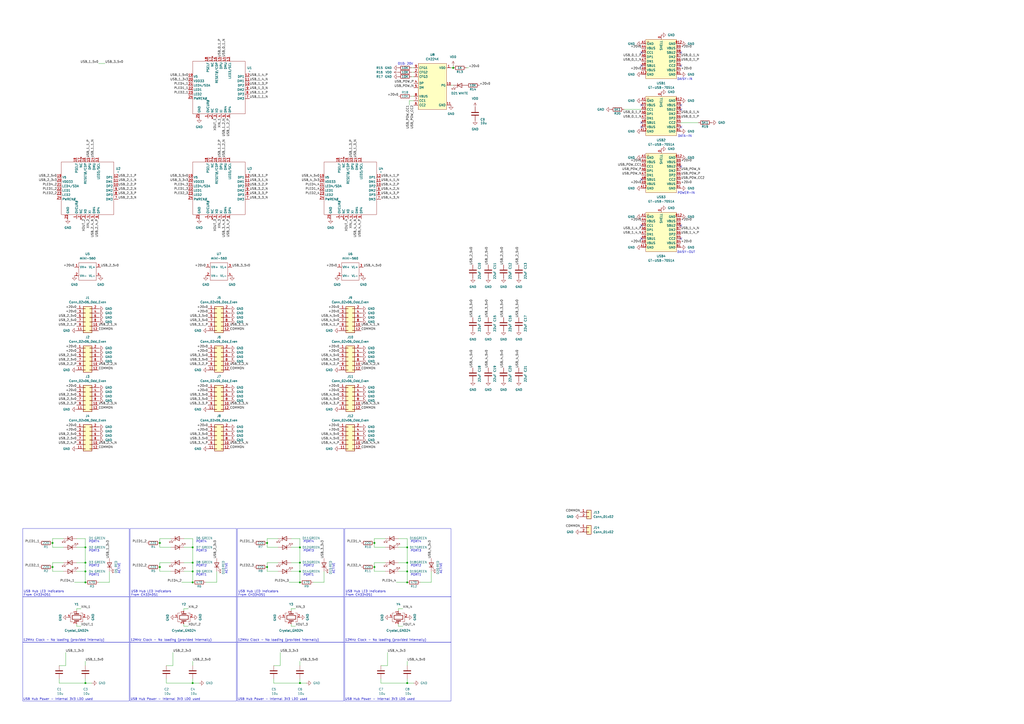
<source format=kicad_sch>
(kicad_sch (version 20231120) (generator "eeschema") (generator_version "8.0")
  (paper "A2")
  (junction (at 49.53 331.47))
  (junction (at 173.99 396.24))
  (junction (at 49.53 326.39))
  (junction (at 49.53 337.82))
  (junction (at 173.99 326.39))
  (junction (at 92.71 314.96))
  (junction (at 262.89 39.37))
  (junction (at 111.76 317.5))
  (junction (at 217.17 314.96))
  (junction (at 236.22 331.47))
  (junction (at 154.94 314.96))
  (junction (at 30.48 328.93))
  (junction (at 111.76 396.24))
  (junction (at 92.71 328.93))
  (junction (at 217.17 328.93))
  (junction (at 154.94 328.93))
  (junction (at 236.22 326.39))
  (junction (at 111.76 337.82))
  (junction (at 173.99 337.82))
  (junction (at 49.53 317.5))
  (junction (at 236.22 337.82))
  (junction (at 236.22 317.5))
  (junction (at 49.53 396.24))
  (junction (at 111.76 331.47))
  (junction (at 173.99 317.5))
  (junction (at 111.76 326.39))
  (junction (at 30.48 314.96))
  (junction (at 236.22 396.24))
  (junction (at 173.99 331.47))
  (no_connect (at 372.11 60.96))
  (no_connect (at 394.97 60.96))
  (no_connect (at 394.97 38.1))
  (no_connect (at 372.11 138.43))
  (no_connect (at 394.97 130.81))
  (no_connect (at 372.11 104.14))
  (no_connect (at 394.97 30.48))
  (no_connect (at 394.97 63.5))
  (no_connect (at 372.11 130.81))
  (no_connect (at 394.97 138.43))
  (no_connect (at 372.11 73.66))
  (no_connect (at 372.11 38.1))
  (no_connect (at 394.97 73.66))
  (no_connect (at 372.11 71.12))
  (no_connect (at 394.97 96.52))
  (no_connect (at 372.11 30.48))
  (wire (pts (xy 237.49 58.42) (xy 237.49 60.96)))
  (wire (pts (xy 106.68 353.06) (xy 109.22 353.06)))
  (wire (pts (xy 49.53 312.42) (xy 49.53 317.5)))
  (wire (pts (xy 49.53 393.7) (xy 49.53 396.24)))
  (wire (pts (xy 96.52 396.24) (xy 111.76 396.24)))
  (wire (pts (xy 111.76 312.42) (xy 111.76 317.5)))
  (wire (pts (xy 173.99 312.42) (xy 173.99 317.5)))
  (wire (pts (xy 44.45 361.95) (xy 44.45 363.22)))
  (wire (pts (xy 30.48 317.5) (xy 30.48 314.96)))
  (wire (pts (xy 111.76 393.7) (xy 111.76 396.24)))
  (wire (pts (xy 44.45 317.5) (xy 49.53 317.5)))
  (wire (pts (xy 36.83 331.47) (xy 30.48 331.47)))
  (wire (pts (xy 154.94 312.42) (xy 154.94 314.96)))
  (wire (pts (xy 154.94 331.47) (xy 154.94 328.93)))
  (wire (pts (xy 173.99 393.7) (xy 173.99 396.24)))
  (wire (pts (xy 34.29 386.08) (xy 38.1 386.08)))
  (wire (pts (xy 63.5 331.47) (xy 63.5 337.82)))
  (wire (pts (xy 111.76 331.47) (xy 111.76 337.82)))
  (wire (pts (xy 168.91 317.5) (xy 173.99 317.5)))
  (wire (pts (xy 161.29 312.42) (xy 154.94 312.42)))
  (wire (pts (xy 161.29 331.47) (xy 154.94 331.47)))
  (wire (pts (xy 105.41 337.82) (xy 111.76 337.82)))
  (wire (pts (xy 168.91 363.22) (xy 171.45 363.22)))
  (wire (pts (xy 217.17 312.42) (xy 217.17 314.96)))
  (wire (pts (xy 236.22 331.47) (xy 236.22 337.82)))
  (wire (pts (xy 158.75 396.24) (xy 173.99 396.24)))
  (wire (pts (xy 224.79 378.46) (xy 224.79 386.08)))
  (wire (pts (xy 106.68 353.06) (xy 106.68 354.33)))
  (wire (pts (xy 36.83 326.39) (xy 30.48 326.39)))
  (wire (pts (xy 217.17 326.39) (xy 217.17 328.93)))
  (wire (pts (xy 44.45 326.39) (xy 49.53 326.39)))
  (wire (pts (xy 167.64 337.82) (xy 173.99 337.82)))
  (wire (pts (xy 161.29 317.5) (xy 154.94 317.5)))
  (wire (pts (xy 154.94 326.39) (xy 154.94 328.93)))
  (wire (pts (xy 99.06 312.42) (xy 92.71 312.42)))
  (wire (pts (xy 57.15 36.83) (xy 60.96 36.83)))
  (wire (pts (xy 168.91 331.47) (xy 173.99 331.47)))
  (wire (pts (xy 36.83 312.42) (xy 30.48 312.42)))
  (wire (pts (xy 231.14 361.95) (xy 231.14 363.22)))
  (wire (pts (xy 30.48 326.39) (xy 30.48 328.93)))
  (wire (pts (xy 231.14 363.22) (xy 233.68 363.22)))
  (wire (pts (xy 236.22 396.24) (xy 240.03 396.24)))
  (wire (pts (xy 173.99 383.54) (xy 173.99 386.08)))
  (wire (pts (xy 394.97 71.12) (xy 405.13 71.12)))
  (wire (pts (xy 261.62 39.37) (xy 262.89 39.37)))
  (wire (pts (xy 168.91 353.06) (xy 168.91 354.33)))
  (wire (pts (xy 361.95 63.5) (xy 372.11 63.5)))
  (wire (pts (xy 220.98 386.08) (xy 224.79 386.08)))
  (wire (pts (xy 220.98 396.24) (xy 236.22 396.24)))
  (wire (pts (xy 217.17 317.5) (xy 217.17 314.96)))
  (wire (pts (xy 106.68 317.5) (xy 111.76 317.5)))
  (wire (pts (xy 220.98 393.7) (xy 220.98 396.24)))
  (wire (pts (xy 168.91 312.42) (xy 173.99 312.42)))
  (wire (pts (xy 96.52 393.7) (xy 96.52 396.24)))
  (wire (pts (xy 223.52 317.5) (xy 217.17 317.5)))
  (wire (pts (xy 158.75 386.08) (xy 162.56 386.08)))
  (wire (pts (xy 92.71 326.39) (xy 92.71 328.93)))
  (wire (pts (xy 125.73 337.82) (xy 119.38 337.82)))
  (wire (pts (xy 236.22 383.54) (xy 236.22 386.08)))
  (wire (pts (xy 168.91 353.06) (xy 171.45 353.06)))
  (wire (pts (xy 238.76 41.91) (xy 240.03 41.91)))
  (wire (pts (xy 223.52 331.47) (xy 217.17 331.47)))
  (wire (pts (xy 106.68 326.39) (xy 111.76 326.39)))
  (wire (pts (xy 49.53 396.24) (xy 53.34 396.24)))
  (wire (pts (xy 111.76 326.39) (xy 111.76 331.47)))
  (wire (pts (xy 96.52 386.08) (xy 100.33 386.08)))
  (wire (pts (xy 223.52 326.39) (xy 217.17 326.39)))
  (wire (pts (xy 49.53 317.5) (xy 49.53 326.39)))
  (wire (pts (xy 34.29 396.24) (xy 49.53 396.24)))
  (wire (pts (xy 223.52 312.42) (xy 217.17 312.42)))
  (wire (pts (xy 106.68 312.42) (xy 111.76 312.42)))
  (wire (pts (xy 168.91 326.39) (xy 173.99 326.39)))
  (wire (pts (xy 99.06 326.39) (xy 92.71 326.39)))
  (wire (pts (xy 231.14 353.06) (xy 233.68 353.06)))
  (wire (pts (xy 158.75 393.7) (xy 158.75 396.24)))
  (wire (pts (xy 92.71 317.5) (xy 92.71 314.96)))
  (wire (pts (xy 229.87 337.82) (xy 236.22 337.82)))
  (wire (pts (xy 44.45 353.06) (xy 44.45 354.33)))
  (wire (pts (xy 173.99 396.24) (xy 177.8 396.24)))
  (wire (pts (xy 238.76 39.37) (xy 240.03 39.37)))
  (wire (pts (xy 270.51 39.37) (xy 271.78 39.37)))
  (wire (pts (xy 161.29 326.39) (xy 154.94 326.39)))
  (wire (pts (xy 38.1 378.46) (xy 38.1 386.08)))
  (wire (pts (xy 231.14 317.5) (xy 236.22 317.5)))
  (wire (pts (xy 187.96 337.82) (xy 181.61 337.82)))
  (wire (pts (xy 236.22 312.42) (xy 236.22 317.5)))
  (wire (pts (xy 231.14 326.39) (xy 236.22 326.39)))
  (wire (pts (xy 30.48 312.42) (xy 30.48 314.96)))
  (wire (pts (xy 187.96 331.47) (xy 187.96 337.82)))
  (wire (pts (xy 99.06 331.47) (xy 92.71 331.47)))
  (wire (pts (xy 261.62 49.53) (xy 262.89 49.53)))
  (wire (pts (xy 34.29 393.7) (xy 34.29 396.24)))
  (wire (pts (xy 236.22 317.5) (xy 236.22 326.39)))
  (wire (pts (xy 236.22 326.39) (xy 236.22 331.47)))
  (wire (pts (xy 44.45 312.42) (xy 49.53 312.42)))
  (wire (pts (xy 44.45 331.47) (xy 49.53 331.47)))
  (wire (pts (xy 106.68 331.47) (xy 111.76 331.47)))
  (wire (pts (xy 92.71 331.47) (xy 92.71 328.93)))
  (wire (pts (xy 238.76 55.88) (xy 240.03 55.88)))
  (wire (pts (xy 49.53 383.54) (xy 49.53 386.08)))
  (wire (pts (xy 63.5 337.82) (xy 57.15 337.82)))
  (wire (pts (xy 106.68 361.95) (xy 106.68 363.22)))
  (wire (pts (xy 240.03 58.42) (xy 237.49 58.42)))
  (wire (pts (xy 36.83 317.5) (xy 30.48 317.5)))
  (wire (pts (xy 111.76 383.54) (xy 111.76 386.08)))
  (wire (pts (xy 162.56 378.46) (xy 162.56 386.08)))
  (wire (pts (xy 106.68 363.22) (xy 109.22 363.22)))
  (wire (pts (xy 250.19 331.47) (xy 250.19 337.82)))
  (wire (pts (xy 173.99 326.39) (xy 173.99 331.47)))
  (wire (pts (xy 231.14 312.42) (xy 236.22 312.42)))
  (wire (pts (xy 231.14 353.06) (xy 231.14 354.33)))
  (wire (pts (xy 125.73 331.47) (xy 125.73 337.82)))
  (wire (pts (xy 99.06 317.5) (xy 92.71 317.5)))
  (wire (pts (xy 43.18 337.82) (xy 49.53 337.82)))
  (wire (pts (xy 111.76 317.5) (xy 111.76 326.39)))
  (wire (pts (xy 30.48 331.47) (xy 30.48 328.93)))
  (wire (pts (xy 49.53 326.39) (xy 49.53 331.47)))
  (wire (pts (xy 111.76 396.24) (xy 115.57 396.24)))
  (wire (pts (xy 100.33 378.46) (xy 100.33 386.08)))
  (wire (pts (xy 250.19 337.82) (xy 243.84 337.82)))
  (wire (pts (xy 238.76 44.45) (xy 240.03 44.45)))
  (wire (pts (xy 44.45 353.06) (xy 46.99 353.06)))
  (wire (pts (xy 231.14 331.47) (xy 236.22 331.47)))
  (wire (pts (xy 173.99 317.5) (xy 173.99 326.39)))
  (wire (pts (xy 262.89 38.1) (xy 262.89 39.37)))
  (wire (pts (xy 173.99 331.47) (xy 173.99 337.82)))
  (wire (pts (xy 92.71 312.42) (xy 92.71 314.96)))
  (wire (pts (xy 168.91 361.95) (xy 168.91 363.22)))
  (wire (pts (xy 44.45 363.22) (xy 46.99 363.22)))
  (wire (pts (xy 49.53 331.47) (xy 49.53 337.82)))
  (wire (pts (xy 154.94 317.5) (xy 154.94 314.96)))
  (wire (pts (xy 217.17 331.47) (xy 217.17 328.93)))
  (wire (pts (xy 236.22 393.7) (xy 236.22 396.24)))
  (rectangle (start 199.898 372.618) (end 261.62 406.654))
  (rectangle (start 75.438 346.202) (end 137.16 372.618))
  (rectangle (start 137.668 306.578) (end 199.39 346.202))
  (rectangle (start 137.668 372.618) (end 199.39 406.654))
  (rectangle (start 199.898 346.202) (end 261.62 372.618))
  (rectangle (start 13.208 346.202) (end 74.93 372.618))
  (rectangle (start 13.208 306.578) (end 74.93 346.202))
  (rectangle (start 13.208 372.618) (end 74.93 406.654))
  (rectangle (start 75.438 306.578) (end 137.16 346.202))
  (rectangle (start 137.668 346.202) (end 199.39 372.618))
  (rectangle (start 75.438 372.618) (end 137.16 406.654))
  (rectangle (start 199.898 306.578) (end 261.62 346.202))
  (text "DAISY-OUT" (at 398.018 146.304 0) (effects (font (size 1.27 1.27))))
  (text "PORT3" (at 54.61 319.532 0) (effects (font (size 1.27 1.27))))
  (text "PORT3" (at 179.07 319.532 0) (effects (font (size 1.27 1.27))))
  (text "USB Hub Power - Internal 3V3 LDO used" (at 137.922 405.638 0) (effects (font (size 1.27 1.27)) (justify left)))
  (text "USB Hub LED Indicators\nFrom CH334DS1" (at 75.946 344.17 0) (effects (font (size 1.27 1.27)) (justify left)))
  (text "PORT4" (at 54.61 314.198 0) (effects (font (size 1.27 1.27))))
  (text "DATA-IN" (at 397.256 78.994 0) (effects (font (size 1.27 1.27))))
  (text "USB Hub LED Indicators\nFrom CH334DS1" (at 200.406 344.17 0) (effects (font (size 1.27 1.27)) (justify left)))
  (text "12MHz Clock - No loading (provided internally)" (at 75.692 371.348 0) (effects (font (size 1.27 1.27)) (justify left)))
  (text "PORT4" (at 179.07 314.198 0) (effects (font (size 1.27 1.27))))
  (text "USB Hub LED Indicators\nFrom CH334DS1" (at 13.716 344.17 0) (effects (font (size 1.27 1.27)) (justify left)))
  (text "ACTIVE" (at 255.778 329.692 90) (effects (font (size 1.27 1.27))))
  (text "PORT2" (at 179.07 328.168 0) (effects (font (size 1.27 1.27))))
  (text "PORT1" (at 241.3 333.502 0) (effects (font (size 1.27 1.27))))
  (text "PORT4" (at 116.84 314.198 0) (effects (font (size 1.27 1.27))))
  (text "PORT1" (at 116.84 333.502 0) (effects (font (size 1.27 1.27))))
  (text "PORT3" (at 116.84 319.532 0) (effects (font (size 1.27 1.27))))
  (text "12MHz Clock - No loading (provided internally)" (at 13.462 371.348 0) (effects (font (size 1.27 1.27)) (justify left)))
  (text "PORT3" (at 241.3 319.532 0) (effects (font (size 1.27 1.27))))
  (text "ACTIVE" (at 193.548 329.692 90) (effects (font (size 1.27 1.27))))
  (text "PORT2" (at 54.61 328.168 0) (effects (font (size 1.27 1.27))))
  (text "PORT2" (at 116.84 328.168 0) (effects (font (size 1.27 1.27))))
  (text "010: 20V" (at 235.204 37.084 0) (effects (font (size 1.27 1.27))))
  (text "12MHz Clock - No loading (provided internally)" (at 137.922 371.348 0) (effects (font (size 1.27 1.27)) (justify left)))
  (text "USB Hub Power - Internal 3V3 LDO used" (at 13.462 405.638 0) (effects (font (size 1.27 1.27)) (justify left)))
  (text "PORT2" (at 241.3 328.168 0) (effects (font (size 1.27 1.27))))
  (text "POWER-IN" (at 398.018 112.014 0) (effects (font (size 1.27 1.27))))
  (text "ACTIVE" (at 131.318 329.692 90) (effects (font (size 1.27 1.27))))
  (text "USB Hub Power - Internal 3V3 LDO used" (at 200.152 405.638 0) (effects (font (size 1.27 1.27)) (justify left)))
  (text "ACTIVE" (at 69.088 329.692 90) (effects (font (size 1.27 1.27))))
  (text "12MHz Clock - No loading (provided internally)" (at 200.152 371.348 0) (effects (font (size 1.27 1.27)) (justify left)))
  (text "USB Hub LED Indicators\nFrom CH334DS1" (at 138.176 344.17 0) (effects (font (size 1.27 1.27)) (justify left)))
  (text "PORT4" (at 241.3 314.198 0) (effects (font (size 1.27 1.27))))
  (text "PORT1" (at 54.61 333.502 0) (effects (font (size 1.27 1.27))))
  (text "USB Hub Power - Internal 3V3 LDO used" (at 75.692 405.638 0) (effects (font (size 1.27 1.27)) (justify left)))
  (text "DAISY-IN" (at 397.256 45.974 0) (effects (font (size 1.27 1.27))))
  (text "PORT1" (at 179.07 333.502 0) (effects (font (size 1.27 1.27))))
  (label "PLED1_2" (at 33.02 110.49 180))
  (label "PLED4_2" (at 33.02 107.95 180))
  (label "USB_3_5v0" (at 173.99 383.54 0))
  (label "USB_3_3_P" (at 120.65 234.95 180))
  (label "USB_0_1_P" (at 394.97 35.56 0))
  (label "USB_1_4_N" (at 372.11 135.89 180))
  (label "USB_1_4_P" (at 394.97 135.89 0))
  (label "USB_2_2_N" (at 57.15 212.09 0))
  (label "XIN_4" (at 204.47 127 270))
  (label "USB_2_1_P" (at 68.58 102.87 0))
  (label "USB_4_3_N" (at 220.98 115.57 0))
  (label "XOUT_3" (at 171.45 363.22 0))
  (label "PLED1_3" (at 147.32 314.96 180))
  (label "+20v0" (at 44.45 224.79 180))
  (label "USB_4_3v3" (at 185.42 105.41 180))
  (label "XIN_3" (at 128.27 127 270))
  (label "USB_0_1_P" (at 394.97 68.58 0))
  (label "+20v0" (at 372.11 27.94 180))
  (label "PLED2_3" (at 147.32 328.93 180))
  (label "USB_2_1_N" (at 68.58 105.41 0))
  (label "USB_3_5v0" (at 292.1 184.15 90))
  (label "USB_3_5v0" (at 120.65 255.27 180))
  (label "PLED4_2" (at 105.41 337.82 180))
  (label "+20v0" (at 372.11 140.97 180))
  (label "USB_3_5v0" (at 120.65 209.55 180))
  (label "USB_POW_P" (at 240.03 48.26 180))
  (label "+20v0" (at 44.45 179.07 180))
  (label "USB_3_2_P" (at 144.78 107.95 0))
  (label "USB_3_1_P" (at 120.65 189.23 180))
  (label "XIN_1" (at 128.27 68.58 270))
  (label "USB_4_2_P" (at 220.98 107.95 0))
  (label "USB_0_1_N" (at 372.11 35.56 180))
  (label "USB_1_3_N" (at 207.01 91.44 90))
  (label "COMMON" (at 133.35 214.63 0))
  (label "USB_1_3v3" (at 38.1 378.46 0))
  (label "XIN_1" (at 46.99 353.06 0))
  (label "+20v0" (at 372.11 106.68 180))
  (label "USB_1_4_P" (at 372.11 133.35 180))
  (label "USB_4_5v0" (at 236.22 383.54 0))
  (label "PLED1_2" (at 85.09 314.96 180))
  (label "USB_3_4_P" (at 133.35 127 270))
  (label "USB_4_5v0" (at 196.85 209.55 180))
  (label "USB_0_1_P" (at 372.11 33.02 180))
  (label "USB_1_5v0" (at 49.53 383.54 0))
  (label "+20v0" (at 394.97 93.98 0))
  (label "USB_1_3v3" (at 63.5 323.85 90))
  (label "USB_2_5v0" (at 44.45 232.41 180))
  (label "USB_2_2_N" (at 68.58 110.49 0))
  (label "USB_3_5v0" (at 120.65 252.73 180))
  (label "USB_2_5v0" (at 44.45 207.01 180))
  (label "USB_0_1_N" (at 394.97 66.04 0))
  (label "USB_2_5v0" (at 111.76 383.54 0))
  (label "USB_2_5v0" (at 44.45 186.69 180))
  (label "USB_4_3v3" (at 224.79 378.46 0))
  (label "USB_3_3_P" (at 144.78 113.03 0))
  (label "+20v0" (at 195.58 154.94 180))
  (label "USB_2_5v0" (at 44.45 255.27 180))
  (label "PLED2_2" (at 33.02 113.03 180))
  (label "USB_1_1_P" (at 52.07 91.44 90))
  (label "+20v0" (at 120.65 247.65 180))
  (label "PLED4_3" (at 167.64 337.82 180))
  (label "USB_4_5v0" (at 196.85 186.69 180))
  (label "+20v0" (at 44.45 201.93 180))
  (label "USB_0_1_P" (at 372.11 66.04 180))
  (label "PLED4_3" (at 109.22 107.95 180))
  (label "+20v0" (at 394.97 128.27 0))
  (label "USB_3_5v0" (at 134.62 154.94 0))
  (label "USB_3_5v0" (at 120.65 184.15 180))
  (label "USB_2_5v0" (at 44.45 229.87 180))
  (label "USB_4_5v0" (at 210.82 154.94 0))
  (label "PLED4_1" (at 43.18 337.82 180))
  (label "+20v0" (at 231.14 55.88 180))
  (label "+20v0" (at 196.85 227.33 180))
  (label "XIN_2" (at 52.07 127 270))
  (label "USB_2_5v0" (at 33.02 102.87 180))
  (label "+20v0" (at 120.65 204.47 180))
  (label "USB_0_1_P" (at 128.27 33.02 90))
  (label "USB_4_1_P" (at 196.85 189.23 180))
  (label "PLED2_4" (at 209.55 328.93 180))
  (label "USB_3_5v0" (at 120.65 207.01 180))
  (label "XOUT_2" (at 109.22 363.22 0))
  (label "USB_3_3v3" (at 162.56 378.46 0))
  (label "USB_0_1_N" (at 372.11 68.58 180))
  (label "USB_2_2_P" (at 68.58 107.95 0))
  (label "USB_4_4_P" (at 209.55 127 270))
  (label "XIN_2" (at 109.22 353.06 0))
  (label "USB_POW_CC2" (at 240.03 60.96 270))
  (label "USB_3_5v0" (at 274.32 184.15 90))
  (label "USB_4_2_N" (at 209.55 212.09 0))
  (label "+20v0" (at 43.18 154.94 180))
  (label "COMMON" (at 57.15 191.77 0))
  (label "USB_1_3v3" (at 109.22 46.99 180))
  (label "USB_2_4_P" (at 44.45 257.81 180))
  (label "+20v0" (at 120.65 224.79 180))
  (label "USB_3_5v0" (at 60.96 36.83 0))
  (label "XOUT_2" (at 49.53 127 270))
  (label "XOUT_1" (at 125.73 68.58 270))
  (label "USB_3_4_N" (at 130.81 127 270))
  (label "PLED2_4" (at 185.42 113.03 180))
  (label "USB_3_5v0" (at 120.65 186.69 180))
  (label "XOUT_4" (at 201.93 127 270))
  (label "+20v0" (at 372.11 93.98 180))
  (label "USB_3_3_N" (at 144.78 115.57 0))
  (label "+20v0" (at 44.45 227.33 180))
  (label "USB_1_1_N" (at 54.61 91.44 90))
  (label "USB_2_3_P" (at 44.45 234.95 180))
  (label "USB_4_4_N" (at 207.01 127 270))
  (label "USB_4_5v0" (at 196.85 229.87 180))
  (label "USB_2_3_N" (at 68.58 115.57 0))
  (label "USB_2_4_P" (at 57.15 127 270))
  (label "USB_1_1_N" (at 144.78 57.15 0))
  (label "USB_1_2_N" (at 130.81 91.44 90))
  (label "+20v0" (at 196.85 250.19 180))
  (label "USB_3_5v0" (at 283.21 184.15 90))
  (label "USB_POW_P" (at 394.97 101.6 0))
  (label "COMMON" (at 133.35 191.77 0))
  (label "USB_2_4_N" (at 54.61 127 270))
  (label "USB_2_5v0" (at 274.32 153.67 90))
  (label "USB_3_2_N" (at 144.78 110.49 0))
  (label "USB_2_1_P" (at 44.45 189.23 180))
  (label "USB_2_2_P" (at 44.45 212.09 180))
  (label "USB_POW_CC1" (at 237.49 60.96 270))
  (label "USB_3_2_N" (at 133.35 212.09 0))
  (label "USB_1_1_P" (at 144.78 54.61 0))
  (label "+20v0" (at 196.85 204.47 180))
  (label "USB_4_5v0" (at 196.85 232.41 180))
  (label "USB_2_3_N" (at 57.15 234.95 0))
  (label "USB_4_5v0" (at 185.42 102.87 180))
  (label "USB_4_2_N" (at 220.98 110.49 0))
  (label "USB_4_2_P" (at 196.85 212.09 180))
  (label "+20v0" (at 394.97 40.64 0))
  (label "USB_2_1_N" (at 57.15 189.23 0))
  (label "USB_3_3_N" (at 133.35 234.95 0))
  (label "USB_3_5v0" (at 120.65 229.87 180))
  (label "+20v0" (at 394.97 27.94 0))
  (label "XOUT_3" (at 125.73 127 270))
  (label "USB_1_4_N" (at 144.78 46.99 0))
  (label "COMMON" (at 336.55 297.18 180))
  (label "USB_1_4_N" (at 394.97 133.35 0))
  (label "USB_4_5v0" (at 283.21 213.36 90))
  (label "+20v0" (at 119.38 154.94 180))
  (label "+20v0" (at 44.45 247.65 180))
  (label "+20v0" (at 120.65 250.19 180))
  (label "PLED2_2" (at 85.09 328.93 180))
  (label "USB_1_3_N" (at 144.78 52.07 0))
  (label "+20v0" (at 271.78 39.37 0))
  (label "USB_3_4_N" (at 133.35 257.81 0))
  (label "COMMON" (at 336.55 306.07 180))
  (label "USB_POW_CC2" (at 394.97 104.14 0))
  (label "USB_3_5v0" (at 109.22 102.87 180))
  (label "USB_4_3_P" (at 196.85 234.95 180))
  (label "+20v0" (at 120.65 227.33 180))
  (label "USB_2_5v0" (at 292.1 153.67 90))
  (label "COMMON" (at 209.55 191.77 0))
  (label "PLED4_4" (at 185.42 107.95 180))
  (label "USB_4_3v3" (at 250.19 323.85 90))
  (label "PLED4_4" (at 229.87 337.82 180))
  (label "USB_POW_N" (at 372.11 101.6 180))
  (label "USB_2_5v0" (at 44.45 209.55 180))
  (label "USB_3_4_P" (at 120.65 257.81 180))
  (label "USB_2_5v0" (at 300.99 153.67 90))
  (label "+20v0" (at 372.11 40.64 180))
  (label "PLED1_4" (at 209.55 314.96 180))
  (label "USB_3_3v3" (at 187.96 323.85 90))
  (label "XIN_4" (at 233.68 353.06 0))
  (label "USB_0_1_N" (at 130.81 33.02 90))
  (label "COMMON" (at 57.15 260.35 0))
  (label "USB_1_2_N" (at 130.81 68.58 270))
  (label "USB_4_5v0" (at 196.85 252.73 180))
  (label "USB_4_5v0" (at 300.99 213.36 90))
  (label "PLED1_1" (at 22.86 314.96 180))
  (label "USB_4_5v0" (at 274.32 213.36 90))
  (label "USB_POW_P" (at 372.11 99.06 180))
  (label "USB_4_1_N" (at 220.98 105.41 0))
  (label "USB_3_5v0" (at 120.65 232.41 180))
  (label "XIN_3" (at 171.45 353.06 0))
  (label "USB_2_3v3" (at 100.33 378.46 0))
  (label "USB_1_4_P" (at 144.78 44.45 0))
  (label "USB_3_2_P" (at 120.65 212.09 180))
  (label "COMMON" (at 133.35 260.35 0))
  (label "+20v0" (at 44.45 250.19 180))
  (label "COMMON" (at 209.55 237.49 0))
  (label "USB_POW_N" (at 240.03 50.8 180))
  (label "USB_4_1_N" (at 209.55 189.23 0))
  (label "USB_1_2_P" (at 128.27 91.44 90))
  (label "USB_2_3v3" (at 125.73 323.85 90))
  (label "USB_POW_CC1" (at 372.11 96.52 180))
  (label "USB_2_5v0" (at 44.45 252.73 180))
  (label "USB_4_4_P" (at 196.85 257.81 180))
  (label "COMMON" (at 209.55 260.35 0))
  (label "USB_4_5v0" (at 196.85 184.15 180))
  (label "USB_4_5v0" (at 292.1 213.36 90))
  (label "+20v0" (at 196.85 201.93 180))
  (label "PLED2_3" (at 109.22 113.03 180))
  (label "+20v0" (at 394.97 106.68 0))
  (label "PLED2_1" (at 109.22 54.61 180))
  (label "+20v0" (at 44.45 204.47 180))
  (label "USB_1_3_P" (at 144.78 49.53 0))
  (label "USB_4_3_N" (at 209.55 234.95 0))
  (label "USB_4_1_P" (at 220.98 102.87 0))
  (label "+20v0" (at 44.45 181.61 180))
  (label "USB_1_5v0" (at 57.15 36.83 180))
  (label "USB_3_1_P" (at 144.78 102.87 0))
  (label "XOUT_4" (at 233.68 363.22 0))
  (label "USB_4_3_P" (at 220.98 113.03 0))
  (label "+20v0" (at 196.85 179.07 180))
  (label "USB_4_5v0" (at 196.85 255.27 180))
  (label "USB_3_3v3" (at 109.22 105.41 180))
  (label "USB_1_2_P" (at 133.35 68.58 270))
  (label "USB_1_5v0" (at 109.22 44.45 180))
  (label "USB_1_3_P" (at 204.47 91.44 90))
  (label "+20v0" (at 196.85 247.65 180))
  (label "PLED1_3" (at 109.22 110.49 180))
  (label "USB_4_5v0" (at 196.85 207.01 180))
  (label "+20v0" (at 372.11 128.27 180))
  (label "COMMON" (at 57.15 214.63 0))
  (label "+20v0" (at 196.85 181.61 180))
  (label "COMMON" (at 133.35 237.49 0))
  (label "USB_3_1_N" (at 133.35 189.23 0))
  (label "USB_0_1_N" (at 394.97 33.02 0))
  (label "PLED2_1" (at 22.86 328.93 180))
  (label "+20v0" (at 196.85 224.79 180))
  (label "USB_2_5v0" (at 58.42 154.94 0))
  (label "USB_2_3_P" (at 68.58 113.03 0))
  (label "PLED4_1" (at 109.22 49.53 180))
  (label "USB_3_5v0" (at 300.99 184.15 90))
  (label "+20v0" (at 120.65 179.07 180))
  (label "+20v0" (at 394.97 140.97 0))
  (label "+20v0" (at 120.65 201.93 180))
  (label "COMMON" (at 209.55 214.63 0))
  (label "USB_3_1_N" (at 144.78 105.41 0))
  (label "PLED1_1" (at 109.22 52.07 180))
  (label "USB_2_3v3" (at 33.02 105.41 180))
  (label "+20v0" (at 278.13 49.53 0))
  (label "USB_POW_N" (at 394.97 99.06 0))
  (label "USB_2_5v0" (at 44.45 184.15 180))
  (label "XOUT_1" (at 46.99 363.22 0))
  (label "+20v0" (at 120.65 181.61 180))
  (label "USB_2_4_N" (at 57.15 257.81 0))
  (label "USB_4_4_N" (at 209.55 257.81 0))
  (label "USB_2_5v0" (at 283.21 153.67 90))
  (label "COMMON" (at 57.15 237.49 0))
  (label "PLED1_4" (at 185.42 110.49 180))
  (symbol (lib_id "power:GND") (at 274.32 191.77 0) (unit 1)
    (property "Reference" "#PWR0118" (effects (hide yes)))
    (property "Value" "GND" (at 274.32 196.85 0))
    (property "Description" "Power symbol creates a global label with name \"GND\" , ground" (effects (hide yes)))
  )
  (symbol (lib_id "power:GND") (at 209.55 209.55 90) (unit 1)
    (property "Reference" "#PWR050" (effects (hide yes)))
    (property "Value" "GND" (at 213.36 209.5499 90) (effects (justify right)))
    (property "Description" "Power symbol creates a global label with name \"GND\" , ground" (effects (hide yes)))
  )
  (symbol (lib_id "Device:LED") (at 266.7 49.53 0) (unit 1)
    (property "Reference" "D21" (at 263.652 54.102 0))
    (property "Value" "WHITE" (at 268.732 54.102 0))
    (property "Footprint" "Diode_SMD:D_0603_1608Metric" (effects (hide yes)))
    (property "Description" "Light emitting diode" (effects (hide yes)))
  )
  (symbol (lib_id "power:GND") (at 191.77 127 0) (unit 1)
    (property "Reference" "#PWR030" (effects (hide yes)))
    (property "Value" "GND" (at 191.77 132.08 0))
    (property "Description" "Power symbol creates a global label with name \"GND\" , ground" (effects (hide yes)))
  )
  (symbol (lib_id "Device:LED") (at 102.87 312.42 0) (unit 1)
    (property "Reference" "D6" (at 115.062 312.166 0))
    (property "Value" "GREEN" (at 120.142 312.166 0))
    (property "Footprint" "Diode_SMD:D_0603_1608Metric" (effects (hide yes)))
    (property "Description" "Light emitting diode" (effects (hide yes)))
  )
  (symbol (lib_id "power:GND") (at 57.15 250.19 90) (unit 1)
    (property "Reference" "#PWR083" (effects (hide yes)))
    (property "Value" "GND" (at 60.96 250.1899 90) (effects (justify right)))
    (property "Description" "Power symbol creates a global label with name \"GND\" , ground" (effects (hide yes)))
  )
  (symbol (lib_id "Device:C") (at 283.21 217.17 0) (unit 1)
    (property "Reference" "C19" (at 287.02 215.8999 90) (effects (justify left)))
    (property "Value" "22uF" (at 287.02 221.742 90) (effects (justify left)))
    (property "Footprint" "Capacitor_SMD:C_0805_2012Metric" (effects (hide yes)))
    (property "Description" "Unpolarized capacitor" (effects (hide yes)))
  )
  (symbol (lib_id "Connector_Generic:Conn_02x06_Odd_Even") (at 49.53 184.15 0) (unit 1)
    (property "Reference" "J1" (at 50.8 172.72 0))
    (property "Value" "Conn_02x06_Odd_Even" (at 50.8 175.26 0))
    (property "Footprint" "Connector_IDC:IDC-Header_2x06_P2.54mm_Vertical" (effects (hide yes)))
    (property "Description" "Generic connector, double row, 02x06, odd/even pin numbering scheme (row 1 odd numbers, row 2 even numbers), script generated (kicad-library-utils/schlib/autogen/connector/)" (effects (hide yes)))
  )
  (symbol (lib_id "power:GND") (at 163.83 358.14 270) (unit 1)
    (property "Reference" "#PWR038" (effects (hide yes)))
    (property "Value" "GND" (at 159.4358 358.267 0))
  )
  (symbol (lib_id "Device:R") (at 213.36 328.93 270) (unit 1)
    (property "Reference" "R11" (at 213.36 331.216 90))
    (property "Value" "220" (at 213.36 328.93 90))
    (property "Footprint" "Resistor_SMD:R_0603_1608Metric" (effects (hide yes)))
    (property "Description" "Resistor" (effects (hide yes)))
  )
  (symbol (lib_id "power:GND") (at 240.03 396.24 90) (unit 1)
    (property "Reference" "#PWR0103" (effects (hide yes)))
    (property "Value" "GND" (at 243.84 396.2399 90) (effects (justify right)))
    (property "Description" "Power symbol creates a global label with name \"GND\" , ground" (effects (hide yes)))
  )
  (symbol (lib_id "power:GND") (at 57.15 207.01 90) (unit 1)
    (property "Reference" "#PWR094" (effects (hide yes)))
    (property "Value" "GND" (at 60.96 207.0099 90) (effects (justify right)))
    (property "Description" "Power symbol creates a global label with name \"GND\" , ground" (effects (hide yes)))
  )
  (symbol (lib_id "power:GND") (at 115.57 127 0) (unit 1)
    (property "Reference" "#PWR029" (effects (hide yes)))
    (property "Value" "GND" (at 115.57 132.08 0))
    (property "Description" "Power symbol creates a global label with name \"GND\" , ground" (effects (hide yes)))
  )
  (symbol (lib_id "power:GND") (at 372.11 25.4 270) (unit 1)
    (property "Reference" "#PWR017" (effects (hide yes)))
    (property "Value" "GND" (at 368.3 25.3999 90) (effects (justify right)))
    (property "Description" "Power symbol creates a global label with name \"GND\" , ground" (effects (hide yes)))
  )
  (symbol (lib_id "power:GND") (at 196.85 237.49 270) (unit 1)
    (property "Reference" "#PWR051" (effects (hide yes)))
    (property "Value" "GND" (at 193.04 237.4899 90) (effects (justify right)))
    (property "Description" "Power symbol creates a global label with name \"GND\" , ground" (effects (hide yes)))
  )
  (symbol (lib_id "Device:C") (at 292.1 157.48 0) (unit 1)
    (property "Reference" "C12" (at 295.91 156.2099 90) (effects (justify left)))
    (property "Value" "22uF" (at 295.91 162.052 90) (effects (justify left)))
    (property "Footprint" "Capacitor_SMD:C_0805_2012Metric" (effects (hide yes)))
    (property "Description" "Unpolarized capacitor" (effects (hide yes)))
  )
  (symbol (lib_id "power:GND") (at 177.8 396.24 90) (unit 1)
    (property "Reference" "#PWR040" (effects (hide yes)))
    (property "Value" "GND" (at 181.61 396.2399 90) (effects (justify right)))
    (property "Description" "Power symbol creates a global label with name \"GND\" , ground" (effects (hide yes)))
  )
  (symbol (lib_id "power:GND") (at 133.35 232.41 90) (unit 1)
    (property "Reference" "#PWR070" (effects (hide yes)))
    (property "Value" "GND" (at 137.16 232.4099 90) (effects (justify right)))
    (property "Description" "Power symbol creates a global label with name \"GND\" , ground" (effects (hide yes)))
  )
  (symbol (lib_id "power:GND") (at 196.85 191.77 270) (unit 1)
    (property "Reference" "#PWR045" (effects (hide yes)))
    (property "Value" "GND" (at 193.04 191.7699 90) (effects (justify right)))
    (property "Description" "Power symbol creates a global label with name \"GND\" , ground" (effects (hide yes)))
  )
  (symbol (lib_id "power:GND") (at 57.15 229.87 90) (unit 1)
    (property "Reference" "#PWR089" (effects (hide yes)))
    (property "Value" "GND" (at 60.96 229.8699 90) (effects (justify right)))
    (property "Description" "Power symbol creates a global label with name \"GND\" , ground" (effects (hide yes)))
  )
  (symbol (lib_id "Device:C") (at 34.29 389.89 0) (unit 1)
    (property "Reference" "C1" (at 33.02 399.796 0) (effects (justify left)))
    (property "Value" "10u" (at 33.02 402.336 0) (effects (justify left)))
    (property "Footprint" "Capacitor_SMD:C_0603_1608Metric" (effects (hide yes)))
    (property "Description" "Unpolarized capacitor" (effects (hide yes)))
  )
  (symbol (lib_id "Connector_Generic:Conn_02x06_Odd_Even") (at 201.93 184.15 0) (unit 1)
    (property "Reference" "J9" (at 203.2 172.72 0))
    (property "Value" "Conn_02x06_Odd_Even" (at 203.2 175.26 0))
    (property "Footprint" "Connector_IDC:IDC-Header_2x06_P2.54mm_Vertical" (effects (hide yes)))
    (property "Description" "Generic connector, double row, 02x06, odd/even pin numbering scheme (row 1 odd numbers, row 2 even numbers), script generated (kicad-library-utils/schlib/autogen/connector/)" (effects (hide yes)))
  )
  (symbol (lib_id "power:GND") (at 134.62 160.02 0) (unit 1)
    (property "Reference" "#PWR07" (effects (hide yes)))
    (property "Value" "GND" (at 134.62 165.1 0))
    (property "Description" "Power symbol creates a global label with name \"GND\" , ground" (effects (hide yes)))
  )
  (symbol (lib_id "power:GND") (at 209.55 224.79 90) (unit 1)
    (property "Reference" "#PWR052" (effects (hide yes)))
    (property "Value" "GND" (at 213.36 224.7899 90) (effects (justify right)))
    (property "Description" "Power symbol creates a global label with name \"GND\" , ground" (effects (hide yes)))
  )
  (symbol (lib_id "Device:LED") (at 227.33 331.47 180) (unit 1)
    (property "Reference" "D19" (at 239.522 331.47 0))
    (property "Value" "GREEN" (at 244.602 331.47 0))
    (property "Footprint" "Diode_SMD:D_0603_1608Metric" (effects (hide yes)))
    (property "Description" "Light emitting diode" (effects (hide yes)))
  )
  (symbol (lib_id "Device:Crystal_GND24") (at 168.91 358.14 270) (unit 1)
    (property "Reference" "Y3" (at 168.91 350.52 90))
    (property "Value" "Crystal_GND24" (at 168.91 365.76 90))
    (property "Footprint" "Crystal:Crystal_SMD_3225-4Pin_3.2x2.5mm" (effects (hide yes)))
  )
  (symbol (lib_id "power:GND") (at 57.15 179.07 90) (unit 1)
    (property "Reference" "#PWR097" (effects (hide yes)))
    (property "Value" "GND" (at 60.96 179.0699 90) (effects (justify right)))
    (property "Description" "Power symbol creates a global label with name \"GND\" , ground" (effects (hide yes)))
  )
  (symbol (lib_id "power:GND") (at 111.76 358.14 90) (unit 1)
    (property "Reference" "#PWR035" (effects (hide yes)))
    (property "Value" "GND" (at 116.1542 358.013 0))
  )
  (symbol (lib_id "power:GND") (at 336.55 308.61 270) (unit 1)
    (property "Reference" "#PWR0113" (effects (hide yes)))
    (property "Value" "GND" (at 332.74 308.6099 90) (effects (justify right)))
    (property "Description" "Power symbol creates a global label with name \"GND\" , ground" (effects (hide yes)))
  )
  (symbol (lib_id "backbone-16:mini-560") (at 50.8 152.4 0) (unit 1)
    (property "Reference" "U5" (at 50.8 147.32 0))
    (property "Value" "mini-560" (at 50.8 149.86 0))
    (property "Footprint" "backbone-16:mini-560-smd" (effects (hide yes)))
  )
  (symbol (lib_id "Device:Crystal_GND24") (at 106.68 358.14 270) (unit 1)
    (property "Reference" "Y2" (at 106.68 350.52 90))
    (property "Value" "Crystal_GND24" (at 106.68 365.76 90))
    (property "Footprint" "Crystal:Crystal_SMD_3225-4Pin_3.2x2.5mm" (effects (hide yes)))
  )
  (symbol (lib_id "power:GND") (at 209.55 247.65 90) (unit 1)
    (property "Reference" "#PWR057" (effects (hide yes)))
    (property "Value" "GND" (at 213.36 247.6499 90) (effects (justify right)))
    (property "Description" "Power symbol creates a global label with name \"GND\" , ground" (effects (hide yes)))
  )
  (symbol (lib_id "Device:Crystal_GND24") (at 44.45 358.14 270) (unit 1)
    (property "Reference" "Y1" (at 44.45 350.52 90))
    (property "Value" "Crystal_GND24" (at 44.45 365.76 90))
    (property "Footprint" "Crystal:Crystal_SMD_3225-4Pin_3.2x2.5mm" (effects (hide yes)))
  )
  (symbol (lib_id "power:GND") (at 57.15 247.65 90) (unit 1)
    (property "Reference" "#PWR082" (effects (hide yes)))
    (property "Value" "GND" (at 60.96 247.6499 90) (effects (justify right)))
    (property "Description" "Power symbol creates a global label with name \"GND\" , ground" (effects (hide yes)))
  )
  (symbol (lib_id "power:GND") (at 44.45 191.77 270) (unit 1)
    (property "Reference" "#PWR096" (effects (hide yes)))
    (property "Value" "GND" (at 40.64 191.7699 90) (effects (justify right)))
    (property "Description" "Power symbol creates a global label with name \"GND\" , ground" (effects (hide yes)))
  )
  (symbol (lib_id "Device:C") (at 173.99 389.89 0) (unit 1)
    (property "Reference" "C6" (at 172.72 399.796 0) (effects (justify left)))
    (property "Value" "10u" (at 172.72 402.336 0) (effects (justify left)))
    (property "Footprint" "Capacitor_SMD:C_0603_1608Metric" (effects (hide yes)))
    (property "Description" "Unpolarized capacitor" (effects (hide yes)))
  )
  (symbol (lib_id "power:GND") (at 120.65 191.77 270) (unit 1)
    (property "Reference" "#PWR076" (effects (hide yes)))
    (property "Value" "GND" (at 116.84 191.7699 90) (effects (justify right)))
    (property "Description" "Power symbol creates a global label with name \"GND\" , ground" (effects (hide yes)))
  )
  (symbol (lib_id "Device:LED") (at 40.64 317.5 180) (unit 1)
    (property "Reference" "D2" (at 52.832 317.5 0))
    (property "Value" "GREEN" (at 57.912 317.5 0))
    (property "Footprint" "Diode_SMD:D_0603_1608Metric" (effects (hide yes)))
    (property "Description" "Light emitting diode" (effects (hide yes)))
  )
  (symbol (lib_id "backbone-16:mini-560") (at 127 152.4 0) (unit 1)
    (property "Reference" "U7" (at 127 147.32 0))
    (property "Value" "mini-560" (at 127 149.86 0))
    (property "Footprint" "backbone-16:mini-560-smd" (effects (hide yes)))
  )
  (symbol (lib_id "power:GND") (at 120.65 260.35 270) (unit 1)
    (property "Reference" "#PWR061" (effects (hide yes)))
    (property "Value" "GND" (at 116.84 260.3499 90) (effects (justify right)))
    (property "Description" "Power symbol creates a global label with name \"GND\" , ground" (effects (hide yes)))
  )
  (symbol (lib_id "power:GND") (at 394.97 76.2 90) (unit 1)
    (property "Reference" "#PWR028" (effects (hide yes)))
    (property "Value" "GND" (at 398.78 76.1999 90) (effects (justify right)))
    (property "Description" "Power symbol creates a global label with name \"GND\" , ground" (effects (hide yes)))
  )
  (symbol (lib_id "power:GND") (at 133.35 229.87 90) (unit 1)
    (property "Reference" "#PWR069" (effects (hide yes)))
    (property "Value" "GND" (at 137.16 229.8699 90) (effects (justify right)))
    (property "Description" "Power symbol creates a global label with name \"GND\" , ground" (effects (hide yes)))
  )
  (symbol (lib_id "power:GND") (at 57.15 181.61 90) (unit 1)
    (property "Reference" "#PWR098" (effects (hide yes)))
    (property "Value" "GND" (at 60.96 181.6099 90) (effects (justify right)))
    (property "Description" "Power symbol creates a global label with name \"GND\" , ground" (effects (hide yes)))
  )
  (symbol (lib_id "power:GND") (at 283.21 161.29 0) (unit 1)
    (property "Reference" "#PWR0115" (effects (hide yes)))
    (property "Value" "GND" (at 283.21 166.37 0))
    (property "Description" "Power symbol creates a global label with name \"GND\" , ground" (effects (hide yes)))
  )
  (symbol (lib_id "Device:C") (at 274.32 217.17 0) (unit 1)
    (property "Reference" "C18" (at 278.13 215.8999 90) (effects (justify left)))
    (property "Value" "22uF" (at 278.13 221.742 90) (effects (justify left)))
    (property "Footprint" "Capacitor_SMD:C_0805_2012Metric" (effects (hide yes)))
    (property "Description" "Unpolarized capacitor" (effects (hide yes)))
  )
  (symbol (lib_id "Device:R") (at 358.14 63.5 270) (unit 1)
    (property "Reference" "R20" (at 358.14 65.786 90))
    (property "Value" "5K1" (at 358.14 63.5 90))
    (property "Footprint" "Resistor_SMD:R_0603_1608Metric" (effects (hide yes)))
    (property "Description" "Resistor" (effects (hide yes)))
  )
  (symbol (lib_id "Connector_Generic:Conn_02x06_Odd_Even") (at 201.93 229.87 0) (unit 1)
    (property "Reference" "J11" (at 203.2 218.44 0))
    (property "Value" "Conn_02x06_Odd_Even" (at 203.2 220.98 0))
    (property "Footprint" "Connector_IDC:IDC-Header_2x06_P2.54mm_Vertical" (effects (hide yes)))
    (property "Description" "Generic connector, double row, 02x06, odd/even pin numbering scheme (row 1 odd numbers, row 2 even numbers), script generated (kicad-library-utils/schlib/autogen/connector/)" (effects (hide yes)))
  )
  (symbol (lib_id "power:GND") (at 44.45 260.35 270) (unit 1)
    (property "Reference" "#PWR081" (effects (hide yes)))
    (property "Value" "GND" (at 40.64 260.3499 90) (effects (justify right)))
    (property "Description" "Power symbol creates a global label with name \"GND\" , ground" (effects (hide yes)))
  )
  (symbol (lib_id "power:GND") (at 209.55 186.69 90) (unit 1)
    (property "Reference" "#PWR044" (effects (hide yes)))
    (property "Value" "GND" (at 213.36 186.6899 90) (effects (justify right)))
    (property "Description" "Power symbol creates a global label with name \"GND\" , ground" (effects (hide yes)))
  )
  (symbol (lib_id "Device:R") (at 177.8 337.82 270) (unit 1)
    (property "Reference" "R9" (at 177.8 340.106 90))
    (property "Value" "470" (at 177.8 337.82 90))
    (property "Footprint" "Resistor_SMD:R_0603_1608Metric" (effects (hide yes)))
    (property "Description" "Resistor" (effects (hide yes)))
  )
  (symbol (lib_id "power:GND") (at 57.15 255.27 90) (unit 1)
    (property "Reference" "#PWR085" (effects (hide yes)))
    (property "Value" "GND" (at 60.96 255.2699 90) (effects (justify right)))
    (property "Description" "Power symbol creates a global label with name \"GND\" , ground" (effects (hide yes)))
  )
  (symbol (lib_id "power:GND") (at 394.97 58.42 90) (unit 1)
    (property "Reference" "#PWR027" (effects (hide yes)))
    (property "Value" "GND" (at 398.78 58.4199 90) (effects (justify right)))
    (property "Description" "Power symbol creates a global label with name \"GND\" , ground" (effects (hide yes)))
  )
  (symbol (lib_id "power:GND") (at 133.35 250.19 90) (unit 1)
    (property "Reference" "#PWR063" (effects (hide yes)))
    (property "Value" "GND" (at 137.16 250.1899 90) (effects (justify right)))
    (property "Description" "Power symbol creates a global label with name \"GND\" , ground" (effects (hide yes)))
  )
  (symbol (lib_id "power:GND") (at 195.58 160.02 0) (unit 1)
    (property "Reference" "#PWR04" (effects (hide yes)))
    (property "Value" "GND" (at 195.58 165.1 0))
    (property "Description" "Power symbol creates a global label with name \"GND\" , ground" (effects (hide yes)))
  )
  (symbol (lib_id "power:GND") (at 292.1 161.29 0) (unit 1)
    (property "Reference" "#PWR0116" (effects (hide yes)))
    (property "Value" "GND" (at 292.1 166.37 0))
    (property "Description" "Power symbol creates a global label with name \"GND\" , ground" (effects (hide yes)))
  )
  (symbol (lib_id "Device:C") (at 96.52 389.89 0) (unit 1)
    (property "Reference" "C2" (at 95.25 399.796 0) (effects (justify left)))
    (property "Value" "10u" (at 95.25 402.336 0) (effects (justify left)))
    (property "Footprint" "Capacitor_SMD:C_0603_1608Metric" (effects (hide yes)))
    (property "Description" "Unpolarized capacitor" (effects (hide yes)))
  )
  (symbol (lib_id "power:GND") (at 394.97 143.51 90) (unit 1)
    (property "Reference" "#PWR024" (effects (hide yes)))
    (property "Value" "GND" (at 398.78 143.5099 90) (effects (justify right)))
    (property "Description" "Power symbol creates a global label with name \"GND\" , ground" (effects (hide yes)))
  )
  (symbol (lib_id "power:GND") (at 115.57 68.58 0) (unit 1)
    (property "Reference" "#PWR031" (effects (hide yes)))
    (property "Value" "GND" (at 115.57 73.66 0))
    (property "Description" "Power symbol creates a global label with name \"GND\" , ground" (effects (hide yes)))
  )
  (symbol (lib_id "power:GND") (at 210.82 160.02 0) (unit 1)
    (property "Reference" "#PWR05" (effects (hide yes)))
    (property "Value" "GND" (at 210.82 165.1 0))
    (property "Description" "Power symbol creates a global label with name \"GND\" , ground" (effects (hide yes)))
  )
  (symbol (lib_id "Device:R") (at 88.9 328.93 270) (unit 1)
    (property "Reference" "R5" (at 88.9 331.216 90))
    (property "Value" "220" (at 88.9 328.93 90))
    (property "Footprint" "Resistor_SMD:R_0603_1608Metric" (effects (hide yes)))
    (property "Description" "Resistor" (effects (hide yes)))
  )
  (symbol (lib_id "Device:C") (at 158.75 389.89 0) (unit 1)
    (property "Reference" "C5" (at 157.48 399.796 0) (effects (justify left)))
    (property "Value" "10u" (at 157.48 402.336 0) (effects (justify left)))
    (property "Footprint" "Capacitor_SMD:C_0603_1608Metric" (effects (hide yes)))
    (property "Description" "Unpolarized capacitor" (effects (hide yes)))
  )
  (symbol (lib_id "Device:C") (at 49.53 389.89 0) (unit 1)
    (property "Reference" "C3" (at 48.26 399.796 0) (effects (justify left)))
    (property "Value" "10u" (at 48.26 402.336 0) (effects (justify left)))
    (property "Footprint" "Capacitor_SMD:C_0603_1608Metric" (effects (hide yes)))
    (property "Description" "Unpolarized capacitor" (effects (hide yes)))
  )
  (symbol (lib_id "power:GND") (at 372.11 43.18 270) (unit 1)
    (property "Reference" "#PWR018" (effects (hide yes)))
    (property "Value" "GND" (at 368.3 43.1799 90) (effects (justify right)))
    (property "Description" "Power symbol creates a global label with name \"GND\" , ground" (effects (hide yes)))
  )
  (symbol (lib_id "power:GND") (at 133.35 247.65 90) (unit 1)
    (property "Reference" "#PWR062" (effects (hide yes)))
    (property "Value" "GND" (at 137.16 247.6499 90) (effects (justify right)))
    (property "Description" "Power symbol creates a global label with name \"GND\" , ground" (effects (hide yes)))
  )
  (symbol (lib_id "power:GND") (at 39.37 127 0) (unit 1)
    (property "Reference" "#PWR01" (effects (hide yes)))
    (property "Value" "GND" (at 39.37 132.08 0))
    (property "Description" "Power symbol creates a global label with name \"GND\" , ground" (effects (hide yes)))
  )
  (symbol (lib_id "power:GND") (at 372.11 76.2 270) (unit 1)
    (property "Reference" "#PWR026" (effects (hide yes)))
    (property "Value" "GND" (at 368.3 76.1999 90) (effects (justify right)))
    (property "Description" "Power symbol creates a global label with name \"GND\" , ground" (effects (hide yes)))
  )
  (symbol (lib_id "Device:LED") (at 40.64 312.42 0) (unit 1)
    (property "Reference" "D1" (at 52.832 312.166 0))
    (property "Value" "GREEN" (at 57.912 312.166 0))
    (property "Footprint" "Diode_SMD:D_0603_1608Metric" (effects (hide yes)))
    (property "Description" "Light emitting diode" (effects (hide yes)))
  )
  (symbol (lib_id "power:GND") (at 49.53 358.14 90) (unit 1)
    (property "Reference" "#PWR034" (effects (hide yes)))
    (property "Value" "GND" (at 53.9242 358.013 0))
  )
  (symbol (lib_id "power:GND") (at 133.35 204.47 90) (unit 1)
    (property "Reference" "#PWR073" (effects (hide yes)))
    (property "Value" "GND" (at 137.16 204.4699 90) (effects (justify right)))
    (property "Description" "Power symbol creates a global label with name \"GND\" , ground" (effects (hide yes)))
  )
  (symbol (lib_id "Device:LED") (at 250.19 327.66 90) (unit 1)
    (property "Reference" "D20" (at 254 331.216 0))
    (property "Value" "RED" (at 254 327.152 0))
    (property "Footprint" "Diode_SMD:D_0603_1608Metric" (effects (hide yes)))
    (property "Description" "Light emitting diode" (effects (hide yes)))
  )
  (symbol (lib_id "power:GND") (at 133.35 181.61 90) (unit 1)
    (property "Reference" "#PWR078" (effects (hide yes)))
    (property "Value" "GND" (at 137.16 181.6099 90) (effects (justify right)))
    (property "Description" "Power symbol creates a global label with name \"GND\" , ground" (effects (hide yes)))
  )
  (symbol (lib_id "backbone-16:mini-560") (at 203.2 152.4 0) (unit 1)
    (property "Reference" "U6" (at 203.2 147.32 0))
    (property "Value" "mini-560" (at 203.2 149.86 0))
    (property "Footprint" "backbone-16:mini-560-smd" (effects (hide yes)))
  )
  (symbol (lib_id "Device:R") (at 151.13 328.93 270) (unit 1)
    (property "Reference" "R8" (at 151.13 331.216 90))
    (property "Value" "220" (at 151.13 328.93 90))
    (property "Footprint" "Resistor_SMD:R_0603_1608Metric" (effects (hide yes)))
    (property "Description" "Resistor" (effects (hide yes)))
  )
  (symbol (lib_id "Device:R") (at 88.9 314.96 270) (unit 1)
    (property "Reference" "R4" (at 88.9 317.246 90))
    (property "Value" "220" (at 88.9 314.96 90))
    (property "Footprint" "Resistor_SMD:R_0603_1608Metric" (effects (hide yes)))
    (property "Description" "Resistor" (effects (hide yes)))
  )
  (symbol (lib_id "Device:C") (at 283.21 187.96 0) (unit 1)
    (property "Reference" "C15" (at 287.02 186.6899 90) (effects (justify left)))
    (property "Value" "22uF" (at 287.02 192.532 90) (effects (justify left)))
    (property "Footprint" "Capacitor_SMD:C_0805_2012Metric" (effects (hide yes)))
    (property "Description" "Unpolarized capacitor" (effects (hide yes)))
  )
  (symbol (lib_id "power:GND") (at 133.35 184.15 90) (unit 1)
    (property "Reference" "#PWR079" (effects (hide yes)))
    (property "Value" "GND" (at 137.16 184.1499 90) (effects (justify right)))
    (property "Description" "Power symbol creates a global label with name \"GND\" , ground" (effects (hide yes)))
  )
  (symbol (lib_id "Device:R") (at 234.95 44.45 270) (unit 1)
    (property "Reference" "R17" (at 220.218 44.45 90))
    (property "Value" "10K" (at 234.95 44.45 90))
    (property "Footprint" "Resistor_SMD:R_0603_1608Metric" (effects (hide yes)))
    (property "Description" "Resistor" (effects (hide yes)))
  )
  (symbol (lib_id "Device:C") (at 274.32 187.96 0) (unit 1)
    (property "Reference" "C14" (at 278.13 186.6899 90) (effects (justify left)))
    (property "Value" "22uF" (at 278.13 192.532 90) (effects (justify left)))
    (property "Footprint" "Capacitor_SMD:C_0805_2012Metric" (effects (hide yes)))
    (property "Description" "Unpolarized capacitor" (effects (hide yes)))
  )
  (symbol (lib_id "power:GND") (at 283.21 191.77 0) (unit 1)
    (property "Reference" "#PWR0119" (effects (hide yes)))
    (property "Value" "GND" (at 283.21 196.85 0))
    (property "Description" "Power symbol creates a global label with name \"GND\" , ground" (effects (hide yes)))
  )
  (symbol (lib_id "power:GND") (at 283.21 220.98 0) (unit 1)
    (property "Reference" "#PWR0123" (effects (hide yes)))
    (property "Value" "GND" (at 283.21 226.06 0))
    (property "Description" "Power symbol creates a global label with name \"GND\" , ground" (effects (hide yes)))
  )
  (symbol (lib_id "power:GND") (at 57.15 201.93 90) (unit 1)
    (property "Reference" "#PWR092" (effects (hide yes)))
    (property "Value" "GND" (at 60.96 201.9299 90) (effects (justify right)))
    (property "Description" "Power symbol creates a global label with name \"GND\" , ground" (effects (hide yes)))
  )
  (symbol (lib_id "power:GND") (at 354.33 63.5 270) (unit 1)
    (property "Reference" "#PWR0110" (effects (hide yes)))
    (property "Value" "GND" (at 350.52 63.4999 90) (effects (justify right)))
    (property "Description" "Power symbol creates a global label with name \"GND\" , ground" (effects (hide yes)))
  )
  (symbol (lib_id "Device:C") (at 220.98 389.89 0) (unit 1)
    (property "Reference" "C7" (at 219.71 399.796 0) (effects (justify left)))
    (property "Value" "10u" (at 219.71 402.336 0) (effects (justify left)))
    (property "Footprint" "Capacitor_SMD:C_0603_1608Metric" (effects (hide yes)))
    (property "Description" "Unpolarized capacitor" (effects (hide yes)))
  )
  (symbol (lib_id "Device:R") (at 26.67 328.93 270) (unit 1)
    (property "Reference" "R2" (at 26.67 331.216 90))
    (property "Value" "220" (at 26.67 328.93 90))
    (property "Footprint" "Resistor_SMD:R_0603_1608Metric" (effects (hide yes)))
    (property "Description" "Resistor" (effects (hide yes)))
  )
  (symbol (lib_id "power:GND") (at 209.55 227.33 90) (unit 1)
    (property "Reference" "#PWR053" (effects (hide yes)))
    (property "Value" "GND" (at 213.36 227.3299 90) (effects (justify right)))
    (property "Description" "Power symbol creates a global label with name \"GND\" , ground" (effects (hide yes)))
  )
  (symbol (lib_id "power:GND") (at 412.75 71.12 90) (unit 1)
    (property "Reference" "#PWR0111" (effects (hide yes)))
    (property "Value" "GND" (at 416.56 71.1199 90) (effects (justify right)))
    (property "Description" "Power symbol creates a global label with name \"GND\" , ground" (effects (hide yes)))
  )
  (symbol (lib_id "power:GND") (at 209.55 229.87 90) (unit 1)
    (property "Reference" "#PWR054" (effects (hide yes)))
    (property "Value" "GND" (at 213.36 229.8699 90) (effects (justify right)))
    (property "Description" "Power symbol creates a global label with name \"GND\" , ground" (effects (hide yes)))
  )
  (symbol (lib_id "Device:LED") (at 227.33 312.42 0) (unit 1)
    (property "Reference" "D16" (at 239.522 312.166 0))
    (property "Value" "GREEN" (at 244.602 312.166 0))
    (property "Footprint" "Diode_SMD:D_0603_1608Metric" (effects (hide yes)))
    (property "Description" "Light emitting diode" (effects (hide yes)))
  )
  (symbol (lib_id "power:GND") (at 44.45 214.63 270) (unit 1)
    (property "Reference" "#PWR091" (effects (hide yes)))
    (property "Value" "GND" (at 40.64 214.6299 90) (effects (justify right)))
    (property "Description" "Power symbol creates a global label with name \"GND\" , ground" (effects (hide yes)))
  )
  (symbol (lib_id "Connector_Generic:Conn_02x06_Odd_Even") (at 49.53 229.87 0) (unit 1)
    (property "Reference" "J3" (at 50.8 218.44 0))
    (property "Value" "Conn_02x06_Odd_Even" (at 50.8 220.98 0))
    (property "Footprint" "Connector_IDC:IDC-Header_2x06_P2.54mm_Vertical" (effects (hide yes)))
    (property "Description" "Generic connector, double row, 02x06, odd/even pin numbering scheme (row 1 odd numbers, row 2 even numbers), script generated (kicad-library-utils/schlib/autogen/connector/)" (effects (hide yes)))
  )
  (symbol (lib_id "Device:R") (at 26.67 314.96 270) (unit 1)
    (property "Reference" "R1" (at 26.67 317.246 90))
    (property "Value" "220" (at 26.67 314.96 90))
    (property "Footprint" "Resistor_SMD:R_0603_1608Metric" (effects (hide yes)))
    (property "Description" "Resistor" (effects (hide yes)))
  )
  (symbol (lib_id "power:GND") (at 133.35 227.33 90) (unit 1)
    (property "Reference" "#PWR068" (effects (hide yes)))
    (property "Value" "GND" (at 137.16 227.3299 90) (effects (justify right)))
    (property "Description" "Power symbol creates a global label with name \"GND\" , ground" (effects (hide yes)))
  )
  (symbol (lib_id "power:GND") (at 133.35 252.73 90) (unit 1)
    (property "Reference" "#PWR064" (effects (hide yes)))
    (property "Value" "GND" (at 137.16 252.7299 90) (effects (justify right)))
    (property "Description" "Power symbol creates a global label with name \"GND\" , ground" (effects (hide yes)))
  )
  (symbol (lib_id "Device:C") (at 283.21 157.48 0) (unit 1)
    (property "Reference" "C11" (at 287.02 156.2099 90) (effects (justify left)))
    (property "Value" "22uF" (at 287.02 162.052 90) (effects (justify left)))
    (property "Footprint" "Capacitor_SMD:C_0805_2012Metric" (effects (hide yes)))
    (property "Description" "Unpolarized capacitor" (effects (hide yes)))
  )
  (symbol (lib_id "power:GND") (at 133.35 186.69 90) (unit 1)
    (property "Reference" "#PWR080" (effects (hide yes)))
    (property "Value" "GND" (at 137.16 186.6899 90) (effects (justify right)))
    (property "Description" "Power symbol creates a global label with name \"GND\" , ground" (effects (hide yes)))
  )
  (symbol (lib_id "Device:R") (at 240.03 337.82 270) (unit 1)
    (property "Reference" "R12" (at 240.03 340.106 90))
    (property "Value" "470" (at 240.03 337.82 90))
    (property "Footprint" "Resistor_SMD:R_0603_1608Metric" (effects (hide yes)))
    (property "Description" "Resistor" (effects (hide yes)))
  )
  (symbol (lib_id "Device:Crystal_GND24") (at 231.14 358.14 270) (unit 1)
    (property "Reference" "Y4" (at 231.14 350.52 90))
    (property "Value" "Crystal_GND24" (at 231.14 365.76 90))
    (property "Footprint" "Crystal:Crystal_SMD_3225-4Pin_3.2x2.5mm" (effects (hide yes)))
  )
  (symbol (lib_id "power:GND") (at 231.14 44.45 270) (unit 1)
    (property "Reference" "#PWR0107" (effects (hide yes)))
    (property "Value" "GND" (at 227.33 44.4499 90) (effects (justify right)))
    (property "Description" "Power symbol creates a global label with name \"GND\" , ground" (effects (hide yes)))
  )
  (symbol (lib_id "power:GND") (at 336.55 299.72 270) (unit 1)
    (property "Reference" "#PWR0112" (effects (hide yes)))
    (property "Value" "GND" (at 332.74 299.7199 90) (effects (justify right)))
    (property "Description" "Power symbol creates a global label with name \"GND\" , ground" (effects (hide yes)))
  )
  (symbol (lib_id "power:GND") (at 383.54 120.65 90) (unit 1)
    (property "Reference" "#PWR011" (effects (hide yes)))
    (property "Value" "GND" (at 387.35 120.6499 90) (effects (justify right)))
    (property "Description" "Power symbol creates a global label with name \"GND\" , ground" (effects (hide yes)))
  )
  (symbol (lib_id "power:GND") (at 57.15 184.15 90) (unit 1)
    (property "Reference" "#PWR099" (effects (hide yes)))
    (property "Value" "GND" (at 60.96 184.1499 90) (effects (justify right)))
    (property "Description" "Power symbol creates a global label with name \"GND\" , ground" (effects (hide yes)))
  )
  (symbol (lib_id "Device:LED") (at 165.1 326.39 0) (unit 1)
    (property "Reference" "D13" (at 177.292 326.136 0))
    (property "Value" "GREEN" (at 182.372 326.136 0))
    (property "Footprint" "Diode_SMD:D_0603_1608Metric" (effects (hide yes)))
    (property "Description" "Light emitting diode" (effects (hide yes)))
  )
  (symbol (lib_id "power:GND") (at 133.35 179.07 90) (unit 1)
    (property "Reference" "#PWR077" (effects (hide yes)))
    (property "Value" "GND" (at 137.16 179.0699 90) (effects (justify right)))
    (property "Description" "Power symbol creates a global label with name \"GND\" , ground" (effects (hide yes)))
  )
  (symbol (lib_id "Device:R") (at 234.95 41.91 270) (unit 1)
    (property "Reference" "R16" (at 220.218 41.91 90))
    (property "Value" "10K" (at 234.95 41.91 90))
    (property "Footprint" "Resistor_SMD:R_0603_1608Metric" (effects (hide yes)))
    (property "Description" "Resistor" (effects (hide yes)))
  )
  (symbol (lib_id "Device:C") (at 300.99 187.96 0) (unit 1)
    (property "Reference" "C17" (at 304.8 186.6899 90) (effects (justify left)))
    (property "Value" "22uF" (at 304.8 192.532 90) (effects (justify left)))
    (property "Footprint" "Capacitor_SMD:C_0805_2012Metric" (effects (hide yes)))
    (property "Description" "Unpolarized capacitor" (effects (hide yes)))
  )
  (symbol (lib_id "Device:LED") (at 102.87 326.39 0) (unit 1)
    (property "Reference" "D8" (at 115.062 326.136 0))
    (property "Value" "GREEN" (at 120.142 326.136 0))
    (property "Footprint" "Diode_SMD:D_0603_1608Metric" (effects (hide yes)))
    (property "Description" "Light emitting diode" (effects (hide yes)))
  )
  (symbol (lib_id "power:GND") (at 57.15 204.47 90) (unit 1)
    (property "Reference" "#PWR093" (effects (hide yes)))
    (property "Value" "GND" (at 60.96 204.4699 90) (effects (justify right)))
    (property "Description" "Power symbol creates a global label with name \"GND\" , ground" (effects (hide yes)))
  )
  (symbol (lib_id "Device:LED") (at 165.1 331.47 180) (unit 1)
    (property "Reference" "D14" (at 177.292 331.47 0))
    (property "Value" "GREEN" (at 182.372 331.47 0))
    (property "Footprint" "Diode_SMD:D_0603_1608Metric" (effects (hide yes)))
    (property "Description" "Light emitting diode" (effects (hide yes)))
  )
  (symbol (lib_id "easyeda2kicad:GT-USB-7051A") (at 383.54 134.62 0) (unit 1)
    (property "Reference" "USB4" (at 383.54 148.59 0))
    (property "Value" "GT-USB-7051A" (at 383.54 151.13 0))
    (property "Footprint" "easyeda2kicad:USB-C-SMD_GT-USB-7051A" (effects (hide yes)))
    (property "LCSC Part" "C2843970" (effects (hide yes)))
  )
  (symbol (lib_id "Device:LED") (at 227.33 317.5 180) (unit 1)
    (property "Reference" "D17" (at 239.522 317.5 0))
    (property "Value" "GREEN" (at 244.602 317.5 0))
    (property "Footprint" "Diode_SMD:D_0603_1608Metric" (effects (hide yes)))
    (property "Description" "Light emitting diode" (effects (hide yes)))
  )
  (symbol (lib_id "power:GND") (at 394.97 43.18 90) (unit 1)
    (property "Reference" "#PWR020" (effects (hide yes)))
    (property "Value" "GND" (at 398.78 43.1799 90) (effects (justify right)))
    (property "Description" "Power symbol creates a global label with name \"GND\" , ground" (effects (hide yes)))
  )
  (symbol (lib_id "power:GND") (at 292.1 191.77 0) (unit 1)
    (property "Reference" "#PWR0120" (effects (hide yes)))
    (property "Value" "GND" (at 292.1 196.85 0))
    (property "Description" "Power symbol creates a global label with name \"GND\" , ground" (effects (hide yes)))
  )
  (symbol (lib_id "power:GND") (at 209.55 252.73 90) (unit 1)
    (property "Reference" "#PWR059" (effects (hide yes)))
    (property "Value" "GND" (at 213.36 252.7299 90) (effects (justify right)))
    (property "Description" "Power symbol creates a global label with name \"GND\" , ground" (effects (hide yes)))
  )
  (symbol (lib_id "Connector_Generic:Conn_02x06_Odd_Even") (at 201.93 252.73 0) (unit 1)
    (property "Reference" "J12" (at 203.2 241.3 0))
    (property "Value" "Conn_02x06_Odd_Even" (at 203.2 243.84 0))
    (property "Footprint" "Connector_IDC:IDC-Header_2x06_P2.54mm_Vertical" (effects (hide yes)))
    (property "Description" "Generic connector, double row, 02x06, odd/even pin numbering scheme (row 1 odd numbers, row 2 even numbers), script generated (kicad-library-utils/schlib/autogen/connector/)" (effects (hide yes)))
  )
  (symbol (lib_id "power:VDD") (at 275.59 62.23 0) (unit 1)
    (property "Reference" "#PWR0109" (effects (hide yes)))
    (property "Value" "VDD" (at 275.59 57.15 0))
    (property "Description" "Power symbol creates a global label with name \"VDD\"" (effects (hide yes)))
  )
  (symbol (lib_id "easyeda2kicad:GT-USB-7051A") (at 383.54 100.33 0) (unit 1)
    (property "Reference" "USB3" (at 383.54 114.3 0))
    (property "Value" "GT-USB-7051A" (at 383.54 116.84 0))
    (property "Footprint" "easyeda2kicad:USB-C-SMD_GT-USB-7051A" (effects (hide yes)))
    (property "LCSC Part" "C2843970" (effects (hide yes)))
  )
  (symbol (lib_id "backbone-16:CH334F") (at 127 50.8 0) (unit 1)
    (property "Reference" "U1" (at 144.78 39.4014 0))
    (property "Value" "~" (at 144.78 41.3065 0))
    (property "Footprint" "Package_DFN_QFN:QFN-24-1EP_4x4mm_P0.5mm_EP2.7x2.7mm_ThermalVias" (effects (hide yes)))
  )
  (symbol (lib_id "Connector_Generic:Conn_02x06_Odd_Even") (at 125.73 207.01 0) (unit 1)
    (property "Reference" "J6" (at 127 195.58 0))
    (property "Value" "Conn_02x06_Odd_Even" (at 127 198.12 0))
    (property "Footprint" "Connector_IDC:IDC-Header_2x06_P2.54mm_Vertical" (effects (hide yes)))
    (property "Description" "Generic connector, double row, 02x06, odd/even pin numbering scheme (row 1 odd numbers, row 2 even numbers), script generated (kicad-library-utils/schlib/autogen/connector/)" (effects (hide yes)))
  )
  (symbol (lib_id "power:GND") (at 43.18 160.02 0) (unit 1)
    (property "Reference" "#PWR02" (effects (hide yes)))
    (property "Value" "GND" (at 43.18 165.1 0))
    (property "Description" "Power symbol creates a global label with name \"GND\" , ground" (effects (hide yes)))
  )
  (symbol (lib_id "Connector_Generic:Conn_02x06_Odd_Even") (at 125.73 229.87 0) (unit 1)
    (property "Reference" "J7" (at 127 218.44 0))
    (property "Value" "Conn_02x06_Odd_Even" (at 127 220.98 0))
    (property "Footprint" "Connector_IDC:IDC-Header_2x06_P2.54mm_Vertical" (effects (hide yes)))
    (property "Description" "Generic connector, double row, 02x06, odd/even pin numbering scheme (row 1 odd numbers, row 2 even numbers), script generated (kicad-library-utils/schlib/autogen/connector/)" (effects (hide yes)))
  )
  (symbol (lib_id "Connector_Generic:Conn_02x06_Odd_Even") (at 125.73 184.15 0) (unit 1)
    (property "Reference" "J5" (at 127 172.72 0))
    (property "Value" "Conn_02x06_Odd_Even" (at 127 175.26 0))
    (property "Footprint" "Connector_IDC:IDC-Header_2x06_P2.54mm_Vertical" (effects (hide yes)))
    (property "Description" "Generic connector, double row, 02x06, odd/even pin numbering scheme (row 1 odd numbers, row 2 even numbers), script generated (kicad-library-utils/schlib/autogen/connector/)" (effects (hide yes)))
  )
  (symbol (lib_id "power:GND") (at 58.42 160.02 0) (unit 1)
    (property "Reference" "#PWR03" (effects (hide yes)))
    (property "Value" "GND" (at 58.42 165.1 0))
    (property "Description" "Power symbol creates a global label with name \"GND\" , ground" (effects (hide yes)))
  )
  (symbol (lib_id "power:GND") (at 209.55 204.47 90) (unit 1)
    (property "Reference" "#PWR048" (effects (hide yes)))
    (property "Value" "GND" (at 213.36 204.4699 90) (effects (justify right)))
    (property "Description" "Power symbol creates a global label with name \"GND\" , ground" (effects (hide yes)))
  )
  (symbol (lib_id "power:GND") (at 300.99 161.29 0) (unit 1)
    (property "Reference" "#PWR0117" (effects (hide yes)))
    (property "Value" "GND" (at 300.99 166.37 0))
    (property "Description" "Power symbol creates a global label with name \"GND\" , ground" (effects (hide yes)))
  )
  (symbol (lib_id "Device:LED") (at 165.1 317.5 180) (unit 1)
    (property "Reference" "D12" (at 177.292 317.5 0))
    (property "Value" "GREEN" (at 182.372 317.5 0))
    (property "Footprint" "Diode_SMD:D_0603_1608Metric" (effects (hide yes)))
    (property "Description" "Light emitting diode" (effects (hide yes)))
  )
  (symbol (lib_id "power:GND") (at 196.85 214.63 270) (unit 1)
    (property "Reference" "#PWR046" (effects (hide yes)))
    (property "Value" "GND" (at 193.04 214.6299 90) (effects (justify right)))
    (property "Description" "Power symbol creates a global label with name \"GND\" , ground" (effects (hide yes)))
  )
  (symbol (lib_id "Device:R") (at 151.13 314.96 270) (unit 1)
    (property "Reference" "R7" (at 151.13 317.246 90))
    (property "Value" "220" (at 151.13 314.96 90))
    (property "Footprint" "Resistor_SMD:R_0603_1608Metric" (effects (hide yes)))
    (property "Description" "Resistor" (effects (hide yes)))
  )
  (symbol (lib_id "power:GND") (at 133.35 255.27 90) (unit 1)
    (property "Reference" "#PWR065" (effects (hide yes)))
    (property "Value" "GND" (at 137.16 255.2699 90) (effects (justify right)))
    (property "Description" "Power symbol creates a global label with name \"GND\" , ground" (effects (hide yes)))
  )
  (symbol (lib_id "power:GND") (at 57.15 186.69 90) (unit 1)
    (property "Reference" "#PWR0100" (effects (hide yes)))
    (property "Value" "GND" (at 60.96 186.6899 90) (effects (justify right)))
    (property "Description" "Power symbol creates a global label with name \"GND\" , ground" (effects (hide yes)))
  )
  (symbol (lib_id "power:GND") (at 383.54 53.34 90) (unit 1)
    (property "Reference" "#PWR09" (effects (hide yes)))
    (property "Value" "GND" (at 387.35 53.3399 90) (effects (justify right)))
    (property "Description" "Power symbol creates a global label with name \"GND\" , ground" (effects (hide yes)))
  )
  (symbol (lib_id "Device:C") (at 300.99 217.17 0) (unit 1)
    (property "Reference" "C21" (at 304.8 215.8999 90) (effects (justify left)))
    (property "Value" "22uF" (at 304.8 221.742 90) (effects (justify left)))
    (property "Footprint" "Capacitor_SMD:C_0805_2012Metric" (effects (hide yes)))
    (property "Description" "Unpolarized capacitor" (effects (hide yes)))
  )
  (symbol (lib_id "backbone-16:CH334F") (at 50.8 109.22 0) (unit 1)
    (property "Reference" "U2" (at 68.58 97.8214 0))
    (property "Value" "~" (at 68.58 99.7265 0))
    (property "Footprint" "Package_DFN_QFN:QFN-24-1EP_4x4mm_P0.5mm_EP2.7x2.7mm_ThermalVias" (effects (hide yes)))
  )
  (symbol (lib_id "power:GND") (at 209.55 181.61 90) (unit 1)
    (property "Reference" "#PWR042" (effects (hide yes)))
    (property "Value" "GND" (at 213.36 181.6099 90) (effects (justify right)))
    (property "Description" "Power symbol creates a global label with name \"GND\" , ground" (effects (hide yes)))
  )
  (symbol (lib_id "power:GND") (at 115.57 396.24 90) (unit 1)
    (property "Reference" "#PWR037" (effects (hide yes)))
    (property "Value" "GND" (at 119.38 396.2399 90) (effects (justify right)))
    (property "Description" "Power symbol creates a global label with name \"GND\" , ground" (effects (hide yes)))
  )
  (symbol (lib_id "Device:R") (at 274.32 49.53 270) (unit 1)
    (property "Reference" "R14" (at 274.32 51.816 90))
    (property "Value" "10K" (at 274.32 49.53 90))
    (property "Footprint" "Resistor_SMD:R_0603_1608Metric" (effects (hide yes)))
    (property "Description" "Resistor" (effects (hide yes)))
  )
  (symbol (lib_id "power:GND") (at 133.35 224.79 90) (unit 1)
    (property "Reference" "#PWR067" (effects (hide yes)))
    (property "Value" "GND" (at 137.16 224.7899 90) (effects (justify right)))
    (property "Description" "Power symbol creates a global label with name \"GND\" , ground" (effects (hide yes)))
  )
  (symbol (lib_id "power:GND") (at 133.35 201.93 90) (unit 1)
    (property "Reference" "#PWR072" (effects (hide yes)))
    (property "Value" "GND" (at 137.16 201.9299 90) (effects (justify right)))
    (property "Description" "Power symbol creates a global label with name \"GND\" , ground" (effects (hide yes)))
  )
  (symbol (lib_id "power:GND") (at 236.22 358.14 90) (unit 1)
    (property "Reference" "#PWR0102" (effects (hide yes)))
    (property "Value" "GND" (at 240.6142 358.013 0))
  )
  (symbol (lib_id "Connector_Generic:Conn_02x06_Odd_Even") (at 125.73 252.73 0) (unit 1)
    (property "Reference" "J8" (at 127 241.3 0))
    (property "Value" "Conn_02x06_Odd_Even" (at 127 243.84 0))
    (property "Footprint" "Connector_IDC:IDC-Header_2x06_P2.54mm_Vertical" (effects (hide yes)))
    (property "Description" "Generic connector, double row, 02x06, odd/even pin numbering scheme (row 1 odd numbers, row 2 even numbers), script generated (kicad-library-utils/schlib/autogen/connector/)" (effects (hide yes)))
  )
  (symbol (lib_id "Device:LED") (at 63.5 327.66 90) (unit 1)
    (property "Reference" "D5" (at 67.31 331.216 0))
    (property "Value" "RED" (at 67.31 327.152 0))
    (property "Footprint" "Diode_SMD:D_0603_1608Metric" (effects (hide yes)))
    (property "Description" "Light emitting diode" (effects (hide yes)))
  )
  (symbol (lib_id "Device:R") (at 408.94 71.12 270) (unit 1)
    (property "Reference" "R19" (at 408.94 73.406 90))
    (property "Value" "5K1" (at 408.94 71.12 90))
    (property "Footprint" "Resistor_SMD:R_0603_1608Metric" (effects (hide yes)))
    (property "Description" "Resistor" (effects (hide yes)))
  )
  (symbol (lib_id "backbone-16:CH334F") (at 203.2 109.22 0) (unit 1)
    (property "Reference" "U4" (at 220.98 97.8214 0))
    (property "Value" "~" (at 220.98 99.7265 0))
    (property "Footprint" "Package_DFN_QFN:QFN-24-1EP_4x4mm_P0.5mm_EP2.7x2.7mm_ThermalVias" (effects (hide yes)))
  )
  (symbol (lib_id "power:GND") (at 372.11 109.22 270) (unit 1)
    (property "Reference" "#PWR016" (effects (hide yes)))
    (property "Value" "GND" (at 368.3 109.2199 90) (effects (justify right)))
    (property "Description" "Power symbol creates a global label with name \"GND\" , ground" (effects (hide yes)))
  )
  (symbol (lib_id "power:GND") (at 383.54 20.32 90) (unit 1)
    (property "Reference" "#PWR08" (effects (hide yes)))
    (property "Value" "GND" (at 387.35 20.3199 90) (effects (justify right)))
    (property "Description" "Power symbol creates a global label with name \"GND\" , ground" (effects (hide yes)))
  )
  (symbol (lib_id "power:GND") (at 274.32 220.98 0) (unit 1)
    (property "Reference" "#PWR0122" (effects (hide yes)))
    (property "Value" "GND" (at 274.32 226.06 0))
    (property "Description" "Power symbol creates a global label with name \"GND\" , ground" (effects (hide yes)))
  )
  (symbol (lib_id "power:GND") (at 209.55 207.01 90) (unit 1)
    (property "Reference" "#PWR049" (effects (hide yes)))
    (property "Value" "GND" (at 213.36 207.0099 90) (effects (justify right)))
    (property "Description" "Power symbol creates a global label with name \"GND\" , ground" (effects (hide yes)))
  )
  (symbol (lib_id "power:GND") (at 209.55 184.15 90) (unit 1)
    (property "Reference" "#PWR043" (effects (hide yes)))
    (property "Value" "GND" (at 213.36 184.1499 90) (effects (justify right)))
    (property "Description" "Power symbol creates a global label with name \"GND\" , ground" (effects (hide yes)))
  )
  (symbol (lib_id "power:GND") (at 120.65 237.49 270) (unit 1)
    (property "Reference" "#PWR066" (effects (hide yes)))
    (property "Value" "GND" (at 116.84 237.4899 90) (effects (justify right)))
    (property "Description" "Power symbol creates a global label with name \"GND\" , ground" (effects (hide yes)))
  )
  (symbol (lib_id "Device:R") (at 234.95 55.88 90) (unit 1)
    (property "Reference" "R18" (at 234.95 53.594 90))
    (property "Value" "10K" (at 234.95 55.88 90))
    (property "Footprint" "Resistor_SMD:R_0603_1608Metric" (effects (hide yes)))
    (property "Description" "Resistor" (effects (hide yes)))
  )
  (symbol (lib_id "Device:LED") (at 40.64 326.39 0) (unit 1)
    (property "Reference" "D3" (at 52.832 326.136 0))
    (property "Value" "GREEN" (at 57.912 326.136 0))
    (property "Footprint" "Diode_SMD:D_0603_1608Metric" (effects (hide yes)))
    (property "Description" "Light emitting diode" (effects (hide yes)))
  )
  (symbol (lib_id "power:GND") (at 133.35 209.55 90) (unit 1)
    (property "Reference" "#PWR075" (effects (hide yes)))
    (property "Value" "GND" (at 137.16 209.5499 90) (effects (justify right)))
    (property "Description" "Power symbol creates a global label with name \"GND\" , ground" (effects (hide yes)))
  )
  (symbol (lib_id "power:VDD") (at 262.89 38.1 0) (unit 1)
    (property "Reference" "#PWR0106" (effects (hide yes)))
    (property "Value" "VDD" (at 262.89 33.02 0))
    (property "Description" "Power symbol creates a global label with name \"VDD\"" (effects (hide yes)))
  )
  (symbol (lib_id "easyeda2kicad:GT-USB-7051A") (at 383.54 34.29 0) (unit 1)
    (property "Reference" "USB1" (at 383.54 48.26 0))
    (property "Value" "GT-USB-7051A" (at 383.54 50.8 0))
    (property "Footprint" "easyeda2kicad:USB-C-SMD_GT-USB-7051A" (effects (hide yes)))
    (property "LCSC Part" "C2843970" (effects (hide yes)))
  )
  (symbol (lib_id "power:GND") (at 372.11 125.73 270) (unit 1)
    (property "Reference" "#PWR021" (effects (hide yes)))
    (property "Value" "GND" (at 368.3 125.7299 90) (effects (justify right)))
    (property "Description" "Power symbol creates a global label with name \"GND\" , ground" (effects (hide yes)))
  )
  (symbol (lib_id "Device:R") (at 234.95 39.37 270) (unit 1)
    (property "Reference" "R15" (at 220.218 39.37 90))
    (property "Value" "10K" (at 234.95 39.37 90))
    (property "Footprint" "Resistor_SMD:R_0603_1608Metric" (effects (hide yes)))
    (property "Description" "Resistor" (effects (hide yes)))
  )
  (symbol (lib_id "power:GND") (at 209.55 201.93 90) (unit 1)
    (property "Reference" "#PWR047" (effects (hide yes)))
    (property "Value" "GND" (at 213.36 201.9299 90) (effects (justify right)))
    (property "Description" "Power symbol creates a global label with name \"GND\" , ground" (effects (hide yes)))
  )
  (symbol (lib_id "power:GND") (at 57.15 227.33 90) (unit 1)
    (property "Reference" "#PWR088" (effects (hide yes)))
    (property "Value" "GND" (at 60.96 227.3299 90) (effects (justify right)))
    (property "Description" "Power symbol creates a global label with name \"GND\" , ground" (effects (hide yes)))
  )
  (symbol (lib_id "power:GND") (at 231.14 39.37 270) (unit 1)
    (property "Reference" "#PWR0104" (effects (hide yes)))
    (property "Value" "GND" (at 227.33 39.3699 90) (effects (justify right)))
    (property "Description" "Power symbol creates a global label with name \"GND\" , ground" (effects (hide yes)))
  )
  (symbol (lib_id "Connector_Generic:Conn_01x02") (at 341.63 306.07 0) (unit 1)
    (property "Reference" "J14" (at 344.17 306.0699 0) (effects (justify left)))
    (property "Value" "Conn_01x02" (at 344.17 308.6099 0) (effects (justify left)))
    (property "Footprint" "Connector_PinHeader_2.54mm:PinHeader_1x02_P2.54mm_Vertical" (effects (hide yes)))
    (property "Description" "Generic connector, single row, 01x02, script generated (kicad-library-utils/schlib/autogen/connector/)" (effects (hide yes)))
  )
  (symbol (lib_id "power:GND") (at 44.45 237.49 270) (unit 1)
    (property "Reference" "#PWR086" (effects (hide yes)))
    (property "Value" "GND" (at 40.64 237.4899 90) (effects (justify right)))
    (property "Description" "Power symbol creates a global label with name \"GND\" , ground" (effects (hide yes)))
  )
  (symbol (lib_id "power:GND") (at 300.99 191.77 0) (unit 1)
    (property "Reference" "#PWR0121" (effects (hide yes)))
    (property "Value" "GND" (at 300.99 196.85 0))
    (property "Description" "Power symbol creates a global label with name \"GND\" , ground" (effects (hide yes)))
  )
  (symbol (lib_id "easyeda2kicad:CH224K") (at 251.46 49.53 0) (unit 1)
    (property "Reference" "U8" (at 250.825 31.75 0))
    (property "Value" "CH224K" (at 250.825 34.29 0))
    (property "Footprint" "easyeda2kicad:ESSOP-10_L4.9-W3.9-P1.0-LS6.0-TL-EP" (effects (hide yes)))
    (property "LCSC Part" "C970725" (effects (hide yes)))
  )
  (symbol (lib_id "power:GND") (at 57.15 232.41 90) (unit 1)
    (property "Reference" "#PWR090" (effects (hide yes)))
    (property "Value" "GND" (at 60.96 232.4099 90) (effects (justify right)))
    (property "Description" "Power symbol creates a global label with name \"GND\" , ground" (effects (hide yes)))
  )
  (symbol (lib_id "Device:C") (at 236.22 389.89 0) (unit 1)
    (property "Reference" "C8" (at 234.95 399.796 0) (effects (justify left)))
    (property "Value" "10u" (at 234.95 402.336 0) (effects (justify left)))
    (property "Footprint" "Capacitor_SMD:C_0603_1608Metric" (effects (hide yes)))
    (property "Description" "Unpolarized capacitor" (effects (hide yes)))
  )
  (symbol (lib_id "power:GND") (at 274.32 161.29 0) (unit 1)
    (property "Reference" "#PWR0114" (effects (hide yes)))
    (property "Value" "GND" (at 274.32 166.37 0))
    (property "Description" "Power symbol creates a global label with name \"GND\" , ground" (effects (hide yes)))
  )
  (symbol (lib_id "power:GND") (at 209.55 232.41 90) (unit 1)
    (property "Reference" "#PWR055" (effects (hide yes)))
    (property "Value" "GND" (at 213.36 232.4099 90) (effects (justify right)))
    (property "Description" "Power symbol creates a global label with name \"GND\" , ground" (effects (hide yes)))
  )
  (symbol (lib_id "Device:LED") (at 102.87 331.47 180) (unit 1)
    (property "Reference" "D9" (at 115.062 331.47 0))
    (property "Value" "GREEN" (at 120.142 331.47 0))
    (property "Footprint" "Diode_SMD:D_0603_1608Metric" (effects (hide yes)))
    (property "Description" "Light emitting diode" (effects (hide yes)))
  )
  (symbol (lib_id "power:GND") (at 53.34 396.24 90) (unit 1)
    (property "Reference" "#PWR036" (effects (hide yes)))
    (property "Value" "GND" (at 57.15 396.2399 90) (effects (justify right)))
    (property "Description" "Power symbol creates a global label with name \"GND\" , ground" (effects (hide yes)))
  )
  (symbol (lib_id "Device:C") (at 111.76 389.89 0) (unit 1)
    (property "Reference" "C4" (at 110.49 399.796 0) (effects (justify left)))
    (property "Value" "10u" (at 110.49 402.336 0) (effects (justify left)))
    (property "Footprint" "Capacitor_SMD:C_0603_1608Metric" (effects (hide yes)))
    (property "Description" "Unpolarized capacitor" (effects (hide yes)))
  )
  (symbol (lib_id "power:GND") (at 394.97 25.4 90) (unit 1)
    (property "Reference" "#PWR019" (effects (hide yes)))
    (property "Value" "GND" (at 398.78 25.3999 90) (effects (justify right)))
    (property "Description" "Power symbol creates a global label with name \"GND\" , ground" (effects (hide yes)))
  )
  (symbol (lib_id "Connector_Generic:Conn_02x06_Odd_Even") (at 201.93 207.01 0) (unit 1)
    (property "Reference" "J10" (at 203.2 195.58 0))
    (property "Value" "Conn_02x06_Odd_Even" (at 203.2 198.12 0))
    (property "Footprint" "Connector_IDC:IDC-Header_2x06_P2.54mm_Vertical" (effects (hide yes)))
    (property "Description" "Generic connector, double row, 02x06, odd/even pin numbering scheme (row 1 odd numbers, row 2 even numbers), script generated (kicad-library-utils/schlib/autogen/connector/)" (effects (hide yes)))
  )
  (symbol (lib_id "Device:LED") (at 40.64 331.47 180) (unit 1)
    (property "Reference" "D4" (at 52.832 331.47 0))
    (property "Value" "GREEN" (at 57.912 331.47 0))
    (property "Footprint" "Diode_SMD:D_0603_1608Metric" (effects (hide yes)))
    (property "Description" "Light emitting diode" (effects (hide yes)))
  )
  (symbol (lib_id "power:GND") (at 300.99 220.98 0) (unit 1)
    (property "Reference" "#PWR0125" (effects (hide yes)))
    (property "Value" "GND" (at 300.99 226.06 0))
    (property "Description" "Power symbol creates a global label with name \"GND\" , ground" (effects (hide yes)))
  )
  (symbol (lib_id "Device:R") (at 266.7 39.37 270) (unit 1)
    (property "Reference" "R13" (at 266.7 41.656 90))
    (property "Value" "1K" (at 266.7 39.37 90))
    (property "Footprint" "Resistor_SMD:R_0603_1608Metric" (effects (hide yes)))
    (property "Description" "Resistor" (effects (hide yes)))
  )
  (symbol (lib_id "power:GND") (at 57.15 224.79 90) (unit 1)
    (property "Reference" "#PWR087" (effects (hide yes)))
    (property "Value" "GND" (at 60.96 224.7899 90) (effects (justify right)))
    (property "Description" "Power symbol creates a global label with name \"GND\" , ground" (effects (hide yes)))
  )
  (symbol (lib_id "power:GND") (at 209.55 250.19 90) (unit 1)
    (property "Reference" "#PWR058" (effects (hide yes)))
    (property "Value" "GND" (at 213.36 250.1899 90) (effects (justify right)))
    (property "Description" "Power symbol creates a global label with name \"GND\" , ground" (effects (hide yes)))
  )
  (symbol (lib_id "Connector_Generic:Conn_02x06_Odd_Even") (at 49.53 252.73 0) (unit 1)
    (property "Reference" "J4" (at 50.8 241.3 0))
    (property "Value" "Conn_02x06_Odd_Even" (at 50.8 243.84 0))
    (property "Footprint" "Connector_IDC:IDC-Header_2x06_P2.54mm_Vertical" (effects (hide yes)))
    (property "Description" "Generic connector, double row, 02x06, odd/even pin numbering scheme (row 1 odd numbers, row 2 even numbers), script generated (kicad-library-utils/schlib/autogen/connector/)" (effects (hide yes)))
  )
  (symbol (lib_id "Device:LED") (at 102.87 317.5 180) (unit 1)
    (property "Reference" "D7" (at 115.062 317.5 0))
    (property "Value" "GREEN" (at 120.142 317.5 0))
    (property "Footprint" "Diode_SMD:D_0603_1608Metric" (effects (hide yes)))
    (property "Description" "Light emitting diode" (effects (hide yes)))
  )
  (symbol (lib_id "Connector_Generic:Conn_01x02") (at 341.63 297.18 0) (unit 1)
    (property "Reference" "J13" (at 344.17 297.1799 0) (effects (justify left)))
    (property "Value" "Conn_01x02" (at 344.17 299.7199 0) (effects (justify left)))
    (property "Footprint" "Connector_PinHeader_2.54mm:PinHeader_1x02_P2.54mm_Vertical" (effects (hide yes)))
    (property "Description" "Generic connector, single row, 01x02, script generated (kicad-library-utils/schlib/autogen/connector/)" (effects (hide yes)))
  )
  (symbol (lib_id "power:GND") (at 394.97 109.22 90) (unit 1)
    (property "Reference" "#PWR015" (effects (hide yes)))
    (property "Value" "GND" (at 398.78 109.2199 90) (effects (justify right)))
    (property "Description" "Power symbol creates a global label with name \"GND\" , ground" (effects (hide yes)))
  )
  (symbol (lib_id "power:GND") (at 173.99 358.14 90) (unit 1)
    (property "Reference" "#PWR039" (effects (hide yes)))
    (property "Value" "GND" (at 178.3842 358.013 0))
  )
  (symbol (lib_id "Connector_Generic:Conn_02x06_Odd_Even") (at 49.53 207.01 0) (unit 1)
    (property "Reference" "J2" (at 50.8 195.58 0))
    (property "Value" "Conn_02x06_Odd_Even" (at 50.8 198.12 0))
    (property "Footprint" "Connector_IDC:IDC-Header_2x06_P2.54mm_Vertical" (effects (hide yes)))
    (property "Description" "Generic connector, double row, 02x06, odd/even pin numbering scheme (row 1 odd numbers, row 2 even numbers), script generated (kicad-library-utils/schlib/autogen/connector/)" (effects (hide yes)))
  )
  (symbol (lib_id "Device:LED") (at 125.73 327.66 90) (unit 1)
    (property "Reference" "D10" (at 129.54 331.216 0))
    (property "Value" "RED" (at 129.54 327.152 0))
    (property "Footprint" "Diode_SMD:D_0603_1608Metric" (effects (hide yes)))
    (property "Description" "Light emitting diode" (effects (hide yes)))
  )
  (symbol (lib_id "power:GND") (at 261.62 60.96 0) (unit 1)
    (property "Reference" "#PWR012" (effects (hide yes)))
    (property "Value" "GND" (at 261.62 66.04 0))
    (property "Description" "Power symbol creates a global label with name \"GND\" , ground" (effects (hide yes)))
  )
  (symbol (lib_id "power:GND") (at 196.85 260.35 270) (unit 1)
    (property "Reference" "#PWR056" (effects (hide yes)))
    (property "Value" "GND" (at 193.04 260.3499 90) (effects (justify right)))
    (property "Description" "Power symbol creates a global label with name \"GND\" , ground" (effects (hide yes)))
  )
  (symbol (lib_id "Device:R") (at 115.57 337.82 270) (unit 1)
    (property "Reference" "R6" (at 115.57 340.106 90))
    (property "Value" "470" (at 115.57 337.82 90))
    (property "Footprint" "Resistor_SMD:R_0603_1608Metric" (effects (hide yes)))
    (property "Description" "Resistor" (effects (hide yes)))
  )
  (symbol (lib_id "power:GND") (at 394.97 125.73 90) (unit 1)
    (property "Reference" "#PWR023" (effects (hide yes)))
    (property "Value" "GND" (at 398.78 125.7299 90) (effects (justify right)))
    (property "Description" "Power symbol creates a global label with name \"GND\" , ground" (effects (hide yes)))
  )
  (symbol (lib_id "power:GND") (at 57.15 252.73 90) (unit 1)
    (property "Reference" "#PWR084" (effects (hide yes)))
    (property "Value" "GND" (at 60.96 252.7299 90) (effects (justify right)))
    (property "Description" "Power symbol creates a global label with name \"GND\" , ground" (effects (hide yes)))
  )
  (symbol (lib_id "power:GND") (at 383.54 86.36 90) (unit 1)
    (property "Reference" "#PWR010" (effects (hide yes)))
    (property "Value" "GND" (at 387.35 86.3599 90) (effects (justify right)))
    (property "Description" "Power symbol creates a global label with name \"GND\" , ground" (effects (hide yes)))
  )
  (symbol (lib_id "power:VDD") (at 231.14 41.91 90) (unit 1)
    (property "Reference" "#PWR0105" (effects (hide yes)))
    (property "Value" "VDD" (at 227.33 41.9099 90) (effects (justify left)))
    (property "Description" "Power symbol creates a global label with name \"VDD\"" (effects (hide yes)))
  )
  (symbol (lib_id "power:GND") (at 133.35 207.01 90) (unit 1)
    (property "Reference" "#PWR074" (effects (hide yes)))
    (property "Value" "GND" (at 137.16 207.0099 90) (effects (justify right)))
    (property "Description" "Power symbol creates a global label with name \"GND\" , ground" (effects (hide yes)))
  )
  (symbol (lib_id "easyeda2kicad:GT-USB-7051A") (at 383.54 67.31 0) (unit 1)
    (property "Reference" "USB2" (at 383.54 81.28 0))
    (property "Value" "GT-USB-7051A" (at 383.54 83.82 0))
    (property "Footprint" "easyeda2kicad:USB-C-SMD_GT-USB-7051A" (effects (hide yes)))
    (property "LCSC Part" "C2843970" (effects (hide yes)))
  )
  (symbol (lib_id "Device:C") (at 292.1 187.96 0) (unit 1)
    (property "Reference" "C16" (at 295.91 186.6899 90) (effects (justify left)))
    (property "Value" "22uF" (at 295.91 192.532 90) (effects (justify left)))
    (property "Footprint" "Capacitor_SMD:C_0805_2012Metric" (effects (hide yes)))
    (property "Description" "Unpolarized capacitor" (effects (hide yes)))
  )
  (symbol (lib_id "power:GND") (at 57.15 209.55 90) (unit 1)
    (property "Reference" "#PWR095" (effects (hide yes)))
    (property "Value" "GND" (at 60.96 209.5499 90) (effects (justify right)))
    (property "Description" "Power symbol creates a global label with name \"GND\" , ground" (effects (hide yes)))
  )
  (symbol (lib_id "Device:R") (at 53.34 337.82 270) (unit 1)
    (property "Reference" "R3" (at 53.34 340.106 90))
    (property "Value" "470" (at 53.34 337.82 90))
    (property "Footprint" "Resistor_SMD:R_0603_1608Metric" (effects (hide yes)))
    (property "Description" "Resistor" (effects (hide yes)))
  )
  (symbol (lib_id "power:GND") (at 209.55 255.27 90) (unit 1)
    (property "Reference" "#PWR060" (effects (hide yes)))
    (property "Value" "GND" (at 213.36 255.2699 90) (effects (justify right)))
    (property "Description" "Power symbol creates a global label with name \"GND\" , ground" (effects (hide yes)))
  )
  (symbol (lib_id "Device:LED") (at 187.96 327.66 90) (unit 1)
    (property "Reference" "D15" (at 191.77 331.216 0))
    (property "Value" "RED" (at 191.77 327.152 0))
    (property "Footprint" "Diode_SMD:D_0603_1608Metric" (effects (hide yes)))
    (property "Description" "Light emitting diode" (effects (hide yes)))
  )
  (symbol (lib_id "power:GND") (at 119.38 160.02 0) (unit 1)
    (property "Reference" "#PWR06" (effects (hide yes)))
    (property "Value" "GND" (at 119.38 165.1 0))
    (property "Description" "Power symbol creates a global label with name \"GND\" , ground" (effects (hide yes)))
  )
  (symbol (lib_id "Device:C") (at 274.32 157.48 0) (unit 1)
    (property "Reference" "C10" (at 278.13 156.2099 90) (effects (justify left)))
    (property "Value" "22uF" (at 278.13 162.052 90) (effects (justify left)))
    (property "Footprint" "Capacitor_SMD:C_0805_2012Metric" (effects (hide yes)))
    (property "Description" "Unpolarized capacitor" (effects (hide yes)))
  )
  (symbol (lib_id "Device:C") (at 275.59 66.04 0) (unit 1)
    (property "Reference" "C9" (at 278.638 69.342 0) (effects (justify left)))
    (property "Value" "10u" (at 278.638 71.374 0) (effects (justify left)))
    (property "Footprint" "Capacitor_SMD:C_0603_1608Metric" (effects (hide yes)))
    (property "Description" "Unpolarized capacitor" (effects (hide yes)))
  )
  (symbol (lib_id "power:GND") (at 101.6 358.14 270) (unit 1)
    (property "Reference" "#PWR032" (effects (hide yes)))
    (property "Value" "GND" (at 97.2058 358.267 0))
  )
  (symbol (lib_id "Device:C") (at 300.99 157.48 0) (unit 1)
    (property "Reference" "C13" (at 304.8 156.2099 90) (effects (justify left)))
    (property "Value" "22uF" (at 304.8 162.052 90) (effects (justify left)))
    (property "Footprint" "Capacitor_SMD:C_0805_2012Metric" (effects (hide yes)))
    (property "Description" "Unpolarized capacitor" (effects (hide yes)))
  )
  (symbol (lib_id "Device:C") (at 292.1 217.17 0) (unit 1)
    (property "Reference" "C20" (at 295.91 215.8999 90) (effects (justify left)))
    (property "Value" "22uF" (at 295.91 221.742 90) (effects (justify left)))
    (property "Footprint" "Capacitor_SMD:C_0805_2012Metric" (effects (hide yes)))
    (property "Description" "Unpolarized capacitor" (effects (hide yes)))
  )
  (symbol (lib_id "power:GND") (at 292.1 220.98 0) (unit 1)
    (property "Reference" "#PWR0124" (effects (hide yes)))
    (property "Value" "GND" (at 292.1 226.06 0))
    (property "Description" "Power symbol creates a global label with name \"GND\" , ground" (effects (hide yes)))
  )
  (symbol (lib_id "power:GND") (at 372.11 143.51 270) (unit 1)
    (property "Reference" "#PWR022" (effects (hide yes)))
    (property "Value" "GND" (at 368.3 143.5099 90) (effects (justify right)))
    (property "Description" "Power symbol creates a global label with name \"GND\" , ground" (effects (hide yes)))
  )
  (symbol (lib_id "power:GND") (at 372.11 58.42 270) (unit 1)
    (property "Reference" "#PWR025" (effects (hide yes)))
    (property "Value" "GND" (at 368.3 58.4199 90) (effects (justify right)))
    (property "Description" "Power symbol creates a global label with name \"GND\" , ground" (effects (hide yes)))
  )
  (symbol (lib_id "Device:R") (at 213.36 314.96 270) (unit 1)
    (property "Reference" "R10" (at 213.36 317.246 90))
    (property "Value" "220" (at 213.36 314.96 90))
    (property "Footprint" "Resistor_SMD:R_0603_1608Metric" (effects (hide yes)))
    (property "Description" "Resistor" (effects (hide yes)))
  )
  (symbol (lib_id "power:GND") (at 226.06 358.14 270) (unit 1)
    (property "Reference" "#PWR0101" (effects (hide yes)))
    (property "Value" "GND" (at 221.6658 358.267 0))
  )
  (symbol (lib_id "power:GND") (at 120.65 214.63 270) (unit 1)
    (property "Reference" "#PWR071" (effects (hide yes)))
    (property "Value" "GND" (at 116.84 214.6299 90) (effects (justify right)))
    (property "Description" "Power symbol creates a global label with name \"GND\" , ground" (effects (hide yes)))
  )
  (symbol (lib_id "Device:LED") (at 227.33 326.39 0) (unit 1)
    (property "Reference" "D18" (at 239.522 326.136 0))
    (property "Value" "GREEN" (at 244.602 326.136 0))
    (property "Footprint" "Diode_SMD:D_0603_1608Metric" (effects (hide yes)))
    (property "Description" "Light emitting diode" (effects (hide yes)))
  )
  (symbol (lib_id "Device:LED") (at 165.1 312.42 0) (unit 1)
    (property "Reference" "D11" (at 177.292 312.166 0))
    (property "Value" "GREEN" (at 182.372 312.166 0))
    (property "Footprint" "Diode_SMD:D_0603_1608Metric" (effects (hide yes)))
    (property "Description" "Light emitting diode" (effects (hide yes)))
  )
  (symbol (lib_id "power:GND") (at 275.59 69.85 0) (unit 1)
    (property "Reference" "#PWR0108" (effects (hide yes)))
    (property "Value" "GND" (at 275.59 74.93 0))
    (property "Description" "Power symbol creates a global label with name \"GND\" , ground" (effects (hide yes)))
  )
  (symbol (lib_id "power:GND") (at 394.97 91.44 90) (unit 1)
    (property "Reference" "#PWR014" (effects (hide yes)))
    (property "Value" "GND" (at 398.78 91.4399 90) (effects (justify right)))
    (property "Description" "Power symbol creates a global label with name \"GND\" , ground" (effects (hide yes)))
  )
  (symbol (lib_id "power:GND") (at 39.37 358.14 270) (unit 1)
    (property "Reference" "#PWR033" (effects (hide yes)))
    (property "Value" "GND" (at 34.9758 358.267 0))
  )
  (symbol (lib_id "power:GND") (at 372.11 91.44 270) (unit 1)
    (property "Reference" "#PWR013" (effects (hide yes)))
    (property "Value" "GND" (at 368.3 91.4399 90) (effects (justify right)))
    (property "Description" "Power symbol creates a global label with name \"GND\" , ground" (effects (hide yes)))
  )
  (symbol (lib_id "power:GND") (at 209.55 179.07 90) (unit 1)
    (property "Reference" "#PWR041" (effects (hide yes)))
    (property "Value" "GND" (at 213.36 179.0699 90) (effects (justify right)))
    (property "Description" "Power symbol creates a global label with name \"GND\" , ground" (effects (hide yes)))
  )
  (symbol (lib_id "backbone-16:CH334F") (at 127 109.22 0) (unit 1)
    (property "Reference" "U3" (at 144.78 97.8214 0))
    (property "Value" "~" (at 144.78 99.7265 0))
    (property "Footprint" "Package_DFN_QFN:QFN-24-1EP_4x4mm_P0.5mm_EP2.7x2.7mm_ThermalVias" (effects (hide yes)))
  )
)
</source>
